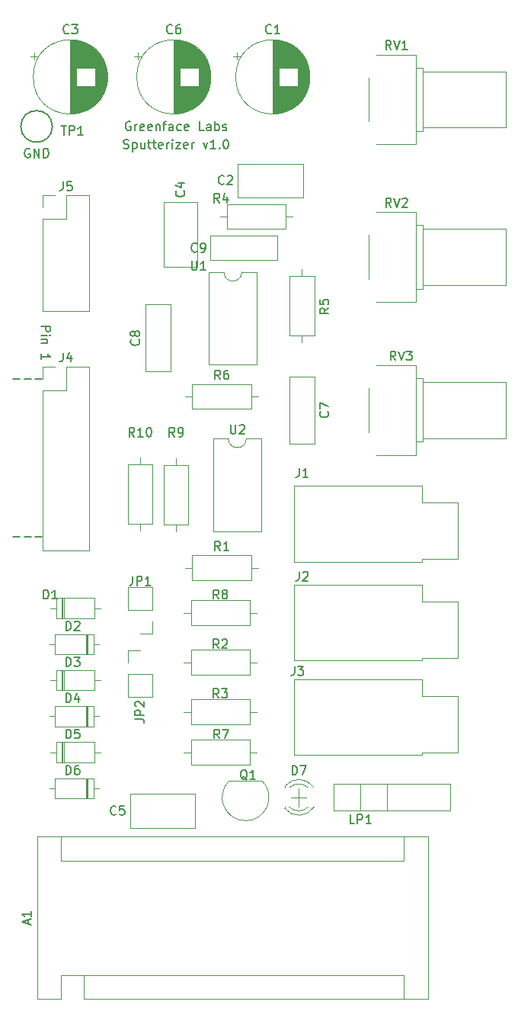
<source format=gbr>
G04 #@! TF.GenerationSoftware,KiCad,Pcbnew,(5.1.2)-1*
G04 #@! TF.CreationDate,2019-06-10T14:27:57-07:00*
G04 #@! TF.ProjectId,sputterer,73707574-7465-4726-9572-2e6b69636164,rev?*
G04 #@! TF.SameCoordinates,Original*
G04 #@! TF.FileFunction,Legend,Top*
G04 #@! TF.FilePolarity,Positive*
%FSLAX46Y46*%
G04 Gerber Fmt 4.6, Leading zero omitted, Abs format (unit mm)*
G04 Created by KiCad (PCBNEW (5.1.2)-1) date 2019-06-10 14:27:57*
%MOMM*%
%LPD*%
G04 APERTURE LIST*
%ADD10C,0.150000*%
%ADD11C,0.120000*%
G04 APERTURE END LIST*
D10*
X50738095Y-80000000D02*
X50642857Y-79952380D01*
X50500000Y-79952380D01*
X50357142Y-80000000D01*
X50261904Y-80095238D01*
X50214285Y-80190476D01*
X50166666Y-80380952D01*
X50166666Y-80523809D01*
X50214285Y-80714285D01*
X50261904Y-80809523D01*
X50357142Y-80904761D01*
X50500000Y-80952380D01*
X50595238Y-80952380D01*
X50738095Y-80904761D01*
X50785714Y-80857142D01*
X50785714Y-80523809D01*
X50595238Y-80523809D01*
X51214285Y-80952380D02*
X51214285Y-79952380D01*
X51785714Y-80952380D01*
X51785714Y-79952380D01*
X52261904Y-80952380D02*
X52261904Y-79952380D01*
X52500000Y-79952380D01*
X52642857Y-80000000D01*
X52738095Y-80095238D01*
X52785714Y-80190476D01*
X52833333Y-80380952D01*
X52833333Y-80523809D01*
X52785714Y-80714285D01*
X52738095Y-80809523D01*
X52642857Y-80904761D01*
X52500000Y-80952380D01*
X52261904Y-80952380D01*
X48880952Y-123071428D02*
X49642857Y-123071428D01*
X50119047Y-123071428D02*
X50880952Y-123071428D01*
X51357142Y-123071428D02*
X52119047Y-123071428D01*
X48880952Y-105571428D02*
X49642857Y-105571428D01*
X50119047Y-105571428D02*
X50880952Y-105571428D01*
X51357142Y-105571428D02*
X52119047Y-105571428D01*
X52047619Y-99690476D02*
X53047619Y-99690476D01*
X53047619Y-100071428D01*
X53000000Y-100166666D01*
X52952380Y-100214285D01*
X52857142Y-100261904D01*
X52714285Y-100261904D01*
X52619047Y-100214285D01*
X52571428Y-100166666D01*
X52523809Y-100071428D01*
X52523809Y-99690476D01*
X52047619Y-100690476D02*
X52714285Y-100690476D01*
X53047619Y-100690476D02*
X53000000Y-100642857D01*
X52952380Y-100690476D01*
X53000000Y-100738095D01*
X53047619Y-100690476D01*
X52952380Y-100690476D01*
X52714285Y-101166666D02*
X52047619Y-101166666D01*
X52619047Y-101166666D02*
X52666666Y-101214285D01*
X52714285Y-101309523D01*
X52714285Y-101452380D01*
X52666666Y-101547619D01*
X52571428Y-101595238D01*
X52047619Y-101595238D01*
X52047619Y-103357142D02*
X52047619Y-102785714D01*
X52047619Y-103071428D02*
X53047619Y-103071428D01*
X52904761Y-102976190D01*
X52809523Y-102880952D01*
X52761904Y-102785714D01*
X61166666Y-79904761D02*
X61309523Y-79952380D01*
X61547619Y-79952380D01*
X61642857Y-79904761D01*
X61690476Y-79857142D01*
X61738095Y-79761904D01*
X61738095Y-79666666D01*
X61690476Y-79571428D01*
X61642857Y-79523809D01*
X61547619Y-79476190D01*
X61357142Y-79428571D01*
X61261904Y-79380952D01*
X61214285Y-79333333D01*
X61166666Y-79238095D01*
X61166666Y-79142857D01*
X61214285Y-79047619D01*
X61261904Y-79000000D01*
X61357142Y-78952380D01*
X61595238Y-78952380D01*
X61738095Y-79000000D01*
X62166666Y-79285714D02*
X62166666Y-80285714D01*
X62166666Y-79333333D02*
X62261904Y-79285714D01*
X62452380Y-79285714D01*
X62547619Y-79333333D01*
X62595238Y-79380952D01*
X62642857Y-79476190D01*
X62642857Y-79761904D01*
X62595238Y-79857142D01*
X62547619Y-79904761D01*
X62452380Y-79952380D01*
X62261904Y-79952380D01*
X62166666Y-79904761D01*
X63500000Y-79285714D02*
X63500000Y-79952380D01*
X63071428Y-79285714D02*
X63071428Y-79809523D01*
X63119047Y-79904761D01*
X63214285Y-79952380D01*
X63357142Y-79952380D01*
X63452380Y-79904761D01*
X63500000Y-79857142D01*
X63833333Y-79285714D02*
X64214285Y-79285714D01*
X63976190Y-78952380D02*
X63976190Y-79809523D01*
X64023809Y-79904761D01*
X64119047Y-79952380D01*
X64214285Y-79952380D01*
X64404761Y-79285714D02*
X64785714Y-79285714D01*
X64547619Y-78952380D02*
X64547619Y-79809523D01*
X64595238Y-79904761D01*
X64690476Y-79952380D01*
X64785714Y-79952380D01*
X65500000Y-79904761D02*
X65404761Y-79952380D01*
X65214285Y-79952380D01*
X65119047Y-79904761D01*
X65071428Y-79809523D01*
X65071428Y-79428571D01*
X65119047Y-79333333D01*
X65214285Y-79285714D01*
X65404761Y-79285714D01*
X65500000Y-79333333D01*
X65547619Y-79428571D01*
X65547619Y-79523809D01*
X65071428Y-79619047D01*
X65976190Y-79952380D02*
X65976190Y-79285714D01*
X65976190Y-79476190D02*
X66023809Y-79380952D01*
X66071428Y-79333333D01*
X66166666Y-79285714D01*
X66261904Y-79285714D01*
X66595238Y-79952380D02*
X66595238Y-79285714D01*
X66595238Y-78952380D02*
X66547619Y-79000000D01*
X66595238Y-79047619D01*
X66642857Y-79000000D01*
X66595238Y-78952380D01*
X66595238Y-79047619D01*
X66976190Y-79285714D02*
X67500000Y-79285714D01*
X66976190Y-79952380D01*
X67500000Y-79952380D01*
X68261904Y-79904761D02*
X68166666Y-79952380D01*
X67976190Y-79952380D01*
X67880952Y-79904761D01*
X67833333Y-79809523D01*
X67833333Y-79428571D01*
X67880952Y-79333333D01*
X67976190Y-79285714D01*
X68166666Y-79285714D01*
X68261904Y-79333333D01*
X68309523Y-79428571D01*
X68309523Y-79523809D01*
X67833333Y-79619047D01*
X68738095Y-79952380D02*
X68738095Y-79285714D01*
X68738095Y-79476190D02*
X68785714Y-79380952D01*
X68833333Y-79333333D01*
X68928571Y-79285714D01*
X69023809Y-79285714D01*
X70023809Y-79285714D02*
X70261904Y-79952380D01*
X70500000Y-79285714D01*
X71404761Y-79952380D02*
X70833333Y-79952380D01*
X71119047Y-79952380D02*
X71119047Y-78952380D01*
X71023809Y-79095238D01*
X70928571Y-79190476D01*
X70833333Y-79238095D01*
X71833333Y-79857142D02*
X71880952Y-79904761D01*
X71833333Y-79952380D01*
X71785714Y-79904761D01*
X71833333Y-79857142D01*
X71833333Y-79952380D01*
X72500000Y-78952380D02*
X72595238Y-78952380D01*
X72690476Y-79000000D01*
X72738095Y-79047619D01*
X72785714Y-79142857D01*
X72833333Y-79333333D01*
X72833333Y-79571428D01*
X72785714Y-79761904D01*
X72738095Y-79857142D01*
X72690476Y-79904761D01*
X72595238Y-79952380D01*
X72500000Y-79952380D01*
X72404761Y-79904761D01*
X72357142Y-79857142D01*
X72309523Y-79761904D01*
X72261904Y-79571428D01*
X72261904Y-79333333D01*
X72309523Y-79142857D01*
X72357142Y-79047619D01*
X72404761Y-79000000D01*
X72500000Y-78952380D01*
X61952380Y-77000000D02*
X61857142Y-76952380D01*
X61714285Y-76952380D01*
X61571428Y-77000000D01*
X61476190Y-77095238D01*
X61428571Y-77190476D01*
X61380952Y-77380952D01*
X61380952Y-77523809D01*
X61428571Y-77714285D01*
X61476190Y-77809523D01*
X61571428Y-77904761D01*
X61714285Y-77952380D01*
X61809523Y-77952380D01*
X61952380Y-77904761D01*
X61999999Y-77857142D01*
X61999999Y-77523809D01*
X61809523Y-77523809D01*
X62428571Y-77952380D02*
X62428571Y-77285714D01*
X62428571Y-77476190D02*
X62476190Y-77380952D01*
X62523809Y-77333333D01*
X62619047Y-77285714D01*
X62714285Y-77285714D01*
X63428571Y-77904761D02*
X63333333Y-77952380D01*
X63142857Y-77952380D01*
X63047619Y-77904761D01*
X62999999Y-77809523D01*
X62999999Y-77428571D01*
X63047619Y-77333333D01*
X63142857Y-77285714D01*
X63333333Y-77285714D01*
X63428571Y-77333333D01*
X63476190Y-77428571D01*
X63476190Y-77523809D01*
X62999999Y-77619047D01*
X64285714Y-77904761D02*
X64190476Y-77952380D01*
X63999999Y-77952380D01*
X63904761Y-77904761D01*
X63857142Y-77809523D01*
X63857142Y-77428571D01*
X63904761Y-77333333D01*
X63999999Y-77285714D01*
X64190476Y-77285714D01*
X64285714Y-77333333D01*
X64333333Y-77428571D01*
X64333333Y-77523809D01*
X63857142Y-77619047D01*
X64761904Y-77285714D02*
X64761904Y-77952380D01*
X64761904Y-77380952D02*
X64809523Y-77333333D01*
X64904761Y-77285714D01*
X65047619Y-77285714D01*
X65142857Y-77333333D01*
X65190476Y-77428571D01*
X65190476Y-77952380D01*
X65523809Y-77285714D02*
X65904761Y-77285714D01*
X65666666Y-77952380D02*
X65666666Y-77095238D01*
X65714285Y-77000000D01*
X65809523Y-76952380D01*
X65904761Y-76952380D01*
X66666666Y-77952380D02*
X66666666Y-77428571D01*
X66619047Y-77333333D01*
X66523809Y-77285714D01*
X66333333Y-77285714D01*
X66238095Y-77333333D01*
X66666666Y-77904761D02*
X66571428Y-77952380D01*
X66333333Y-77952380D01*
X66238095Y-77904761D01*
X66190476Y-77809523D01*
X66190476Y-77714285D01*
X66238095Y-77619047D01*
X66333333Y-77571428D01*
X66571428Y-77571428D01*
X66666666Y-77523809D01*
X67571428Y-77904761D02*
X67476190Y-77952380D01*
X67285714Y-77952380D01*
X67190476Y-77904761D01*
X67142857Y-77857142D01*
X67095238Y-77761904D01*
X67095238Y-77476190D01*
X67142857Y-77380952D01*
X67190476Y-77333333D01*
X67285714Y-77285714D01*
X67476190Y-77285714D01*
X67571428Y-77333333D01*
X68380952Y-77904761D02*
X68285714Y-77952380D01*
X68095238Y-77952380D01*
X68000000Y-77904761D01*
X67952380Y-77809523D01*
X67952380Y-77428571D01*
X68000000Y-77333333D01*
X68095238Y-77285714D01*
X68285714Y-77285714D01*
X68380952Y-77333333D01*
X68428571Y-77428571D01*
X68428571Y-77523809D01*
X67952380Y-77619047D01*
X70095238Y-77952380D02*
X69619047Y-77952380D01*
X69619047Y-76952380D01*
X70857142Y-77952380D02*
X70857142Y-77428571D01*
X70809523Y-77333333D01*
X70714285Y-77285714D01*
X70523809Y-77285714D01*
X70428571Y-77333333D01*
X70857142Y-77904761D02*
X70761904Y-77952380D01*
X70523809Y-77952380D01*
X70428571Y-77904761D01*
X70380952Y-77809523D01*
X70380952Y-77714285D01*
X70428571Y-77619047D01*
X70523809Y-77571428D01*
X70761904Y-77571428D01*
X70857142Y-77523809D01*
X71333333Y-77952380D02*
X71333333Y-76952380D01*
X71333333Y-77333333D02*
X71428571Y-77285714D01*
X71619047Y-77285714D01*
X71714285Y-77333333D01*
X71761904Y-77380952D01*
X71809523Y-77476190D01*
X71809523Y-77761904D01*
X71761904Y-77857142D01*
X71714285Y-77904761D01*
X71619047Y-77952380D01*
X71428571Y-77952380D01*
X71333333Y-77904761D01*
X72190476Y-77904761D02*
X72285714Y-77952380D01*
X72476190Y-77952380D01*
X72571428Y-77904761D01*
X72619047Y-77809523D01*
X72619047Y-77761904D01*
X72571428Y-77666666D01*
X72476190Y-77619047D01*
X72333333Y-77619047D01*
X72238095Y-77571428D01*
X72190476Y-77476190D01*
X72190476Y-77428571D01*
X72238095Y-77333333D01*
X72333333Y-77285714D01*
X72476190Y-77285714D01*
X72571428Y-77333333D01*
D11*
X52170000Y-97990000D02*
X57370000Y-97990000D01*
X52170000Y-87770000D02*
X52170000Y-97990000D01*
X57370000Y-85170000D02*
X57370000Y-97990000D01*
X52170000Y-87770000D02*
X54770000Y-87770000D01*
X54770000Y-87770000D02*
X54770000Y-85170000D01*
X54770000Y-85170000D02*
X57370000Y-85170000D01*
X52170000Y-86500000D02*
X52170000Y-85170000D01*
X52170000Y-85170000D02*
X53500000Y-85170000D01*
X56770000Y-171730000D02*
X54230000Y-171730000D01*
X54230000Y-171730000D02*
X54230000Y-174400000D01*
X56770000Y-174400000D02*
X95000000Y-174400000D01*
X51560000Y-174400000D02*
X54230000Y-174400000D01*
X54230000Y-159030000D02*
X54230000Y-156360000D01*
X54230000Y-159030000D02*
X92330000Y-159030000D01*
X92330000Y-159030000D02*
X92330000Y-156360000D01*
X56770000Y-171730000D02*
X56770000Y-174400000D01*
X56770000Y-171730000D02*
X92330000Y-171730000D01*
X92330000Y-171730000D02*
X92330000Y-174400000D01*
X95000000Y-174400000D02*
X95000000Y-156360000D01*
X95000000Y-156360000D02*
X51560000Y-156360000D01*
X51560000Y-156360000D02*
X51560000Y-174400000D01*
X73740302Y-69285000D02*
X73740302Y-70085000D01*
X73340302Y-69685000D02*
X74140302Y-69685000D01*
X81831000Y-71467000D02*
X81831000Y-72533000D01*
X81791000Y-71232000D02*
X81791000Y-72768000D01*
X81751000Y-71052000D02*
X81751000Y-72948000D01*
X81711000Y-70902000D02*
X81711000Y-73098000D01*
X81671000Y-70771000D02*
X81671000Y-73229000D01*
X81631000Y-70654000D02*
X81631000Y-73346000D01*
X81591000Y-70547000D02*
X81591000Y-73453000D01*
X81551000Y-70448000D02*
X81551000Y-73552000D01*
X81511000Y-70355000D02*
X81511000Y-73645000D01*
X81471000Y-70269000D02*
X81471000Y-73731000D01*
X81431000Y-70187000D02*
X81431000Y-73813000D01*
X81391000Y-70110000D02*
X81391000Y-73890000D01*
X81351000Y-70036000D02*
X81351000Y-73964000D01*
X81311000Y-69966000D02*
X81311000Y-74034000D01*
X81271000Y-69898000D02*
X81271000Y-74102000D01*
X81231000Y-69834000D02*
X81231000Y-74166000D01*
X81191000Y-69772000D02*
X81191000Y-74228000D01*
X81151000Y-69713000D02*
X81151000Y-74287000D01*
X81111000Y-69655000D02*
X81111000Y-74345000D01*
X81071000Y-69600000D02*
X81071000Y-74400000D01*
X81031000Y-69546000D02*
X81031000Y-74454000D01*
X80991000Y-69495000D02*
X80991000Y-74505000D01*
X80951000Y-69444000D02*
X80951000Y-74556000D01*
X80911000Y-69396000D02*
X80911000Y-74604000D01*
X80871000Y-69349000D02*
X80871000Y-74651000D01*
X80831000Y-69303000D02*
X80831000Y-74697000D01*
X80791000Y-69259000D02*
X80791000Y-74741000D01*
X80751000Y-69216000D02*
X80751000Y-74784000D01*
X80711000Y-69174000D02*
X80711000Y-74826000D01*
X80671000Y-69133000D02*
X80671000Y-74867000D01*
X80631000Y-69093000D02*
X80631000Y-74907000D01*
X80591000Y-69055000D02*
X80591000Y-74945000D01*
X80551000Y-69017000D02*
X80551000Y-74983000D01*
X80511000Y-73040000D02*
X80511000Y-75019000D01*
X80511000Y-68981000D02*
X80511000Y-70960000D01*
X80471000Y-73040000D02*
X80471000Y-75055000D01*
X80471000Y-68945000D02*
X80471000Y-70960000D01*
X80431000Y-73040000D02*
X80431000Y-75090000D01*
X80431000Y-68910000D02*
X80431000Y-70960000D01*
X80391000Y-73040000D02*
X80391000Y-75124000D01*
X80391000Y-68876000D02*
X80391000Y-70960000D01*
X80351000Y-73040000D02*
X80351000Y-75156000D01*
X80351000Y-68844000D02*
X80351000Y-70960000D01*
X80311000Y-73040000D02*
X80311000Y-75189000D01*
X80311000Y-68811000D02*
X80311000Y-70960000D01*
X80271000Y-73040000D02*
X80271000Y-75220000D01*
X80271000Y-68780000D02*
X80271000Y-70960000D01*
X80231000Y-73040000D02*
X80231000Y-75250000D01*
X80231000Y-68750000D02*
X80231000Y-70960000D01*
X80191000Y-73040000D02*
X80191000Y-75280000D01*
X80191000Y-68720000D02*
X80191000Y-70960000D01*
X80151000Y-73040000D02*
X80151000Y-75309000D01*
X80151000Y-68691000D02*
X80151000Y-70960000D01*
X80111000Y-73040000D02*
X80111000Y-75338000D01*
X80111000Y-68662000D02*
X80111000Y-70960000D01*
X80071000Y-73040000D02*
X80071000Y-75365000D01*
X80071000Y-68635000D02*
X80071000Y-70960000D01*
X80031000Y-73040000D02*
X80031000Y-75392000D01*
X80031000Y-68608000D02*
X80031000Y-70960000D01*
X79991000Y-73040000D02*
X79991000Y-75418000D01*
X79991000Y-68582000D02*
X79991000Y-70960000D01*
X79951000Y-73040000D02*
X79951000Y-75444000D01*
X79951000Y-68556000D02*
X79951000Y-70960000D01*
X79911000Y-73040000D02*
X79911000Y-75469000D01*
X79911000Y-68531000D02*
X79911000Y-70960000D01*
X79871000Y-73040000D02*
X79871000Y-75493000D01*
X79871000Y-68507000D02*
X79871000Y-70960000D01*
X79831000Y-73040000D02*
X79831000Y-75517000D01*
X79831000Y-68483000D02*
X79831000Y-70960000D01*
X79791000Y-73040000D02*
X79791000Y-75540000D01*
X79791000Y-68460000D02*
X79791000Y-70960000D01*
X79751000Y-73040000D02*
X79751000Y-75562000D01*
X79751000Y-68438000D02*
X79751000Y-70960000D01*
X79711000Y-73040000D02*
X79711000Y-75584000D01*
X79711000Y-68416000D02*
X79711000Y-70960000D01*
X79671000Y-73040000D02*
X79671000Y-75606000D01*
X79671000Y-68394000D02*
X79671000Y-70960000D01*
X79631000Y-73040000D02*
X79631000Y-75627000D01*
X79631000Y-68373000D02*
X79631000Y-70960000D01*
X79591000Y-73040000D02*
X79591000Y-75647000D01*
X79591000Y-68353000D02*
X79591000Y-70960000D01*
X79551000Y-73040000D02*
X79551000Y-75666000D01*
X79551000Y-68334000D02*
X79551000Y-70960000D01*
X79511000Y-73040000D02*
X79511000Y-75686000D01*
X79511000Y-68314000D02*
X79511000Y-70960000D01*
X79471000Y-73040000D02*
X79471000Y-75704000D01*
X79471000Y-68296000D02*
X79471000Y-70960000D01*
X79431000Y-73040000D02*
X79431000Y-75722000D01*
X79431000Y-68278000D02*
X79431000Y-70960000D01*
X79391000Y-73040000D02*
X79391000Y-75740000D01*
X79391000Y-68260000D02*
X79391000Y-70960000D01*
X79351000Y-73040000D02*
X79351000Y-75757000D01*
X79351000Y-68243000D02*
X79351000Y-70960000D01*
X79311000Y-73040000D02*
X79311000Y-75774000D01*
X79311000Y-68226000D02*
X79311000Y-70960000D01*
X79271000Y-73040000D02*
X79271000Y-75790000D01*
X79271000Y-68210000D02*
X79271000Y-70960000D01*
X79231000Y-73040000D02*
X79231000Y-75805000D01*
X79231000Y-68195000D02*
X79231000Y-70960000D01*
X79191000Y-73040000D02*
X79191000Y-75821000D01*
X79191000Y-68179000D02*
X79191000Y-70960000D01*
X79151000Y-73040000D02*
X79151000Y-75835000D01*
X79151000Y-68165000D02*
X79151000Y-70960000D01*
X79111000Y-73040000D02*
X79111000Y-75850000D01*
X79111000Y-68150000D02*
X79111000Y-70960000D01*
X79071000Y-73040000D02*
X79071000Y-75863000D01*
X79071000Y-68137000D02*
X79071000Y-70960000D01*
X79031000Y-73040000D02*
X79031000Y-75877000D01*
X79031000Y-68123000D02*
X79031000Y-70960000D01*
X78991000Y-73040000D02*
X78991000Y-75889000D01*
X78991000Y-68111000D02*
X78991000Y-70960000D01*
X78951000Y-73040000D02*
X78951000Y-75902000D01*
X78951000Y-68098000D02*
X78951000Y-70960000D01*
X78911000Y-73040000D02*
X78911000Y-75914000D01*
X78911000Y-68086000D02*
X78911000Y-70960000D01*
X78871000Y-73040000D02*
X78871000Y-75925000D01*
X78871000Y-68075000D02*
X78871000Y-70960000D01*
X78831000Y-73040000D02*
X78831000Y-75936000D01*
X78831000Y-68064000D02*
X78831000Y-70960000D01*
X78791000Y-73040000D02*
X78791000Y-75947000D01*
X78791000Y-68053000D02*
X78791000Y-70960000D01*
X78751000Y-73040000D02*
X78751000Y-75957000D01*
X78751000Y-68043000D02*
X78751000Y-70960000D01*
X78711000Y-73040000D02*
X78711000Y-75967000D01*
X78711000Y-68033000D02*
X78711000Y-70960000D01*
X78671000Y-73040000D02*
X78671000Y-75976000D01*
X78671000Y-68024000D02*
X78671000Y-70960000D01*
X78631000Y-73040000D02*
X78631000Y-75985000D01*
X78631000Y-68015000D02*
X78631000Y-70960000D01*
X78591000Y-73040000D02*
X78591000Y-75994000D01*
X78591000Y-68006000D02*
X78591000Y-70960000D01*
X78551000Y-73040000D02*
X78551000Y-76002000D01*
X78551000Y-67998000D02*
X78551000Y-70960000D01*
X78511000Y-73040000D02*
X78511000Y-76010000D01*
X78511000Y-67990000D02*
X78511000Y-70960000D01*
X78471000Y-73040000D02*
X78471000Y-76017000D01*
X78471000Y-67983000D02*
X78471000Y-70960000D01*
X78430000Y-67976000D02*
X78430000Y-76024000D01*
X78390000Y-67970000D02*
X78390000Y-76030000D01*
X78350000Y-67963000D02*
X78350000Y-76037000D01*
X78310000Y-67958000D02*
X78310000Y-76042000D01*
X78270000Y-67952000D02*
X78270000Y-76048000D01*
X78230000Y-67948000D02*
X78230000Y-76052000D01*
X78190000Y-67943000D02*
X78190000Y-76057000D01*
X78150000Y-67939000D02*
X78150000Y-76061000D01*
X78110000Y-67935000D02*
X78110000Y-76065000D01*
X78070000Y-67932000D02*
X78070000Y-76068000D01*
X78030000Y-67929000D02*
X78030000Y-76071000D01*
X77990000Y-67926000D02*
X77990000Y-76074000D01*
X77950000Y-67924000D02*
X77950000Y-76076000D01*
X77910000Y-67923000D02*
X77910000Y-76077000D01*
X77870000Y-67921000D02*
X77870000Y-76079000D01*
X77830000Y-67920000D02*
X77830000Y-76080000D01*
X77790000Y-67920000D02*
X77790000Y-76080000D01*
X77750000Y-67920000D02*
X77750000Y-76080000D01*
X81870000Y-72000000D02*
G75*
G03X81870000Y-72000000I-4120000J0D01*
G01*
X73880000Y-81630000D02*
X81120000Y-81630000D01*
X73880000Y-85370000D02*
X81120000Y-85370000D01*
X73880000Y-81630000D02*
X73880000Y-85370000D01*
X81120000Y-81630000D02*
X81120000Y-85370000D01*
X59370000Y-72000000D02*
G75*
G03X59370000Y-72000000I-4120000J0D01*
G01*
X55250000Y-67920000D02*
X55250000Y-76080000D01*
X55290000Y-67920000D02*
X55290000Y-76080000D01*
X55330000Y-67920000D02*
X55330000Y-76080000D01*
X55370000Y-67921000D02*
X55370000Y-76079000D01*
X55410000Y-67923000D02*
X55410000Y-76077000D01*
X55450000Y-67924000D02*
X55450000Y-76076000D01*
X55490000Y-67926000D02*
X55490000Y-76074000D01*
X55530000Y-67929000D02*
X55530000Y-76071000D01*
X55570000Y-67932000D02*
X55570000Y-76068000D01*
X55610000Y-67935000D02*
X55610000Y-76065000D01*
X55650000Y-67939000D02*
X55650000Y-76061000D01*
X55690000Y-67943000D02*
X55690000Y-76057000D01*
X55730000Y-67948000D02*
X55730000Y-76052000D01*
X55770000Y-67952000D02*
X55770000Y-76048000D01*
X55810000Y-67958000D02*
X55810000Y-76042000D01*
X55850000Y-67963000D02*
X55850000Y-76037000D01*
X55890000Y-67970000D02*
X55890000Y-76030000D01*
X55930000Y-67976000D02*
X55930000Y-76024000D01*
X55971000Y-67983000D02*
X55971000Y-70960000D01*
X55971000Y-73040000D02*
X55971000Y-76017000D01*
X56011000Y-67990000D02*
X56011000Y-70960000D01*
X56011000Y-73040000D02*
X56011000Y-76010000D01*
X56051000Y-67998000D02*
X56051000Y-70960000D01*
X56051000Y-73040000D02*
X56051000Y-76002000D01*
X56091000Y-68006000D02*
X56091000Y-70960000D01*
X56091000Y-73040000D02*
X56091000Y-75994000D01*
X56131000Y-68015000D02*
X56131000Y-70960000D01*
X56131000Y-73040000D02*
X56131000Y-75985000D01*
X56171000Y-68024000D02*
X56171000Y-70960000D01*
X56171000Y-73040000D02*
X56171000Y-75976000D01*
X56211000Y-68033000D02*
X56211000Y-70960000D01*
X56211000Y-73040000D02*
X56211000Y-75967000D01*
X56251000Y-68043000D02*
X56251000Y-70960000D01*
X56251000Y-73040000D02*
X56251000Y-75957000D01*
X56291000Y-68053000D02*
X56291000Y-70960000D01*
X56291000Y-73040000D02*
X56291000Y-75947000D01*
X56331000Y-68064000D02*
X56331000Y-70960000D01*
X56331000Y-73040000D02*
X56331000Y-75936000D01*
X56371000Y-68075000D02*
X56371000Y-70960000D01*
X56371000Y-73040000D02*
X56371000Y-75925000D01*
X56411000Y-68086000D02*
X56411000Y-70960000D01*
X56411000Y-73040000D02*
X56411000Y-75914000D01*
X56451000Y-68098000D02*
X56451000Y-70960000D01*
X56451000Y-73040000D02*
X56451000Y-75902000D01*
X56491000Y-68111000D02*
X56491000Y-70960000D01*
X56491000Y-73040000D02*
X56491000Y-75889000D01*
X56531000Y-68123000D02*
X56531000Y-70960000D01*
X56531000Y-73040000D02*
X56531000Y-75877000D01*
X56571000Y-68137000D02*
X56571000Y-70960000D01*
X56571000Y-73040000D02*
X56571000Y-75863000D01*
X56611000Y-68150000D02*
X56611000Y-70960000D01*
X56611000Y-73040000D02*
X56611000Y-75850000D01*
X56651000Y-68165000D02*
X56651000Y-70960000D01*
X56651000Y-73040000D02*
X56651000Y-75835000D01*
X56691000Y-68179000D02*
X56691000Y-70960000D01*
X56691000Y-73040000D02*
X56691000Y-75821000D01*
X56731000Y-68195000D02*
X56731000Y-70960000D01*
X56731000Y-73040000D02*
X56731000Y-75805000D01*
X56771000Y-68210000D02*
X56771000Y-70960000D01*
X56771000Y-73040000D02*
X56771000Y-75790000D01*
X56811000Y-68226000D02*
X56811000Y-70960000D01*
X56811000Y-73040000D02*
X56811000Y-75774000D01*
X56851000Y-68243000D02*
X56851000Y-70960000D01*
X56851000Y-73040000D02*
X56851000Y-75757000D01*
X56891000Y-68260000D02*
X56891000Y-70960000D01*
X56891000Y-73040000D02*
X56891000Y-75740000D01*
X56931000Y-68278000D02*
X56931000Y-70960000D01*
X56931000Y-73040000D02*
X56931000Y-75722000D01*
X56971000Y-68296000D02*
X56971000Y-70960000D01*
X56971000Y-73040000D02*
X56971000Y-75704000D01*
X57011000Y-68314000D02*
X57011000Y-70960000D01*
X57011000Y-73040000D02*
X57011000Y-75686000D01*
X57051000Y-68334000D02*
X57051000Y-70960000D01*
X57051000Y-73040000D02*
X57051000Y-75666000D01*
X57091000Y-68353000D02*
X57091000Y-70960000D01*
X57091000Y-73040000D02*
X57091000Y-75647000D01*
X57131000Y-68373000D02*
X57131000Y-70960000D01*
X57131000Y-73040000D02*
X57131000Y-75627000D01*
X57171000Y-68394000D02*
X57171000Y-70960000D01*
X57171000Y-73040000D02*
X57171000Y-75606000D01*
X57211000Y-68416000D02*
X57211000Y-70960000D01*
X57211000Y-73040000D02*
X57211000Y-75584000D01*
X57251000Y-68438000D02*
X57251000Y-70960000D01*
X57251000Y-73040000D02*
X57251000Y-75562000D01*
X57291000Y-68460000D02*
X57291000Y-70960000D01*
X57291000Y-73040000D02*
X57291000Y-75540000D01*
X57331000Y-68483000D02*
X57331000Y-70960000D01*
X57331000Y-73040000D02*
X57331000Y-75517000D01*
X57371000Y-68507000D02*
X57371000Y-70960000D01*
X57371000Y-73040000D02*
X57371000Y-75493000D01*
X57411000Y-68531000D02*
X57411000Y-70960000D01*
X57411000Y-73040000D02*
X57411000Y-75469000D01*
X57451000Y-68556000D02*
X57451000Y-70960000D01*
X57451000Y-73040000D02*
X57451000Y-75444000D01*
X57491000Y-68582000D02*
X57491000Y-70960000D01*
X57491000Y-73040000D02*
X57491000Y-75418000D01*
X57531000Y-68608000D02*
X57531000Y-70960000D01*
X57531000Y-73040000D02*
X57531000Y-75392000D01*
X57571000Y-68635000D02*
X57571000Y-70960000D01*
X57571000Y-73040000D02*
X57571000Y-75365000D01*
X57611000Y-68662000D02*
X57611000Y-70960000D01*
X57611000Y-73040000D02*
X57611000Y-75338000D01*
X57651000Y-68691000D02*
X57651000Y-70960000D01*
X57651000Y-73040000D02*
X57651000Y-75309000D01*
X57691000Y-68720000D02*
X57691000Y-70960000D01*
X57691000Y-73040000D02*
X57691000Y-75280000D01*
X57731000Y-68750000D02*
X57731000Y-70960000D01*
X57731000Y-73040000D02*
X57731000Y-75250000D01*
X57771000Y-68780000D02*
X57771000Y-70960000D01*
X57771000Y-73040000D02*
X57771000Y-75220000D01*
X57811000Y-68811000D02*
X57811000Y-70960000D01*
X57811000Y-73040000D02*
X57811000Y-75189000D01*
X57851000Y-68844000D02*
X57851000Y-70960000D01*
X57851000Y-73040000D02*
X57851000Y-75156000D01*
X57891000Y-68876000D02*
X57891000Y-70960000D01*
X57891000Y-73040000D02*
X57891000Y-75124000D01*
X57931000Y-68910000D02*
X57931000Y-70960000D01*
X57931000Y-73040000D02*
X57931000Y-75090000D01*
X57971000Y-68945000D02*
X57971000Y-70960000D01*
X57971000Y-73040000D02*
X57971000Y-75055000D01*
X58011000Y-68981000D02*
X58011000Y-70960000D01*
X58011000Y-73040000D02*
X58011000Y-75019000D01*
X58051000Y-69017000D02*
X58051000Y-74983000D01*
X58091000Y-69055000D02*
X58091000Y-74945000D01*
X58131000Y-69093000D02*
X58131000Y-74907000D01*
X58171000Y-69133000D02*
X58171000Y-74867000D01*
X58211000Y-69174000D02*
X58211000Y-74826000D01*
X58251000Y-69216000D02*
X58251000Y-74784000D01*
X58291000Y-69259000D02*
X58291000Y-74741000D01*
X58331000Y-69303000D02*
X58331000Y-74697000D01*
X58371000Y-69349000D02*
X58371000Y-74651000D01*
X58411000Y-69396000D02*
X58411000Y-74604000D01*
X58451000Y-69444000D02*
X58451000Y-74556000D01*
X58491000Y-69495000D02*
X58491000Y-74505000D01*
X58531000Y-69546000D02*
X58531000Y-74454000D01*
X58571000Y-69600000D02*
X58571000Y-74400000D01*
X58611000Y-69655000D02*
X58611000Y-74345000D01*
X58651000Y-69713000D02*
X58651000Y-74287000D01*
X58691000Y-69772000D02*
X58691000Y-74228000D01*
X58731000Y-69834000D02*
X58731000Y-74166000D01*
X58771000Y-69898000D02*
X58771000Y-74102000D01*
X58811000Y-69966000D02*
X58811000Y-74034000D01*
X58851000Y-70036000D02*
X58851000Y-73964000D01*
X58891000Y-70110000D02*
X58891000Y-73890000D01*
X58931000Y-70187000D02*
X58931000Y-73813000D01*
X58971000Y-70269000D02*
X58971000Y-73731000D01*
X59011000Y-70355000D02*
X59011000Y-73645000D01*
X59051000Y-70448000D02*
X59051000Y-73552000D01*
X59091000Y-70547000D02*
X59091000Y-73453000D01*
X59131000Y-70654000D02*
X59131000Y-73346000D01*
X59171000Y-70771000D02*
X59171000Y-73229000D01*
X59211000Y-70902000D02*
X59211000Y-73098000D01*
X59251000Y-71052000D02*
X59251000Y-72948000D01*
X59291000Y-71232000D02*
X59291000Y-72768000D01*
X59331000Y-71467000D02*
X59331000Y-72533000D01*
X50840302Y-69685000D02*
X51640302Y-69685000D01*
X51240302Y-69285000D02*
X51240302Y-70085000D01*
X69370000Y-85880000D02*
X69370000Y-93120000D01*
X65630000Y-85880000D02*
X65630000Y-93120000D01*
X69370000Y-85880000D02*
X65630000Y-85880000D01*
X69370000Y-93120000D02*
X65630000Y-93120000D01*
X69120000Y-151630000D02*
X69120000Y-155370000D01*
X61880000Y-151630000D02*
X61880000Y-155370000D01*
X61880000Y-155370000D02*
X69120000Y-155370000D01*
X61880000Y-151630000D02*
X69120000Y-151630000D01*
X70870000Y-72000000D02*
G75*
G03X70870000Y-72000000I-4120000J0D01*
G01*
X66750000Y-67920000D02*
X66750000Y-76080000D01*
X66790000Y-67920000D02*
X66790000Y-76080000D01*
X66830000Y-67920000D02*
X66830000Y-76080000D01*
X66870000Y-67921000D02*
X66870000Y-76079000D01*
X66910000Y-67923000D02*
X66910000Y-76077000D01*
X66950000Y-67924000D02*
X66950000Y-76076000D01*
X66990000Y-67926000D02*
X66990000Y-76074000D01*
X67030000Y-67929000D02*
X67030000Y-76071000D01*
X67070000Y-67932000D02*
X67070000Y-76068000D01*
X67110000Y-67935000D02*
X67110000Y-76065000D01*
X67150000Y-67939000D02*
X67150000Y-76061000D01*
X67190000Y-67943000D02*
X67190000Y-76057000D01*
X67230000Y-67948000D02*
X67230000Y-76052000D01*
X67270000Y-67952000D02*
X67270000Y-76048000D01*
X67310000Y-67958000D02*
X67310000Y-76042000D01*
X67350000Y-67963000D02*
X67350000Y-76037000D01*
X67390000Y-67970000D02*
X67390000Y-76030000D01*
X67430000Y-67976000D02*
X67430000Y-76024000D01*
X67471000Y-67983000D02*
X67471000Y-70960000D01*
X67471000Y-73040000D02*
X67471000Y-76017000D01*
X67511000Y-67990000D02*
X67511000Y-70960000D01*
X67511000Y-73040000D02*
X67511000Y-76010000D01*
X67551000Y-67998000D02*
X67551000Y-70960000D01*
X67551000Y-73040000D02*
X67551000Y-76002000D01*
X67591000Y-68006000D02*
X67591000Y-70960000D01*
X67591000Y-73040000D02*
X67591000Y-75994000D01*
X67631000Y-68015000D02*
X67631000Y-70960000D01*
X67631000Y-73040000D02*
X67631000Y-75985000D01*
X67671000Y-68024000D02*
X67671000Y-70960000D01*
X67671000Y-73040000D02*
X67671000Y-75976000D01*
X67711000Y-68033000D02*
X67711000Y-70960000D01*
X67711000Y-73040000D02*
X67711000Y-75967000D01*
X67751000Y-68043000D02*
X67751000Y-70960000D01*
X67751000Y-73040000D02*
X67751000Y-75957000D01*
X67791000Y-68053000D02*
X67791000Y-70960000D01*
X67791000Y-73040000D02*
X67791000Y-75947000D01*
X67831000Y-68064000D02*
X67831000Y-70960000D01*
X67831000Y-73040000D02*
X67831000Y-75936000D01*
X67871000Y-68075000D02*
X67871000Y-70960000D01*
X67871000Y-73040000D02*
X67871000Y-75925000D01*
X67911000Y-68086000D02*
X67911000Y-70960000D01*
X67911000Y-73040000D02*
X67911000Y-75914000D01*
X67951000Y-68098000D02*
X67951000Y-70960000D01*
X67951000Y-73040000D02*
X67951000Y-75902000D01*
X67991000Y-68111000D02*
X67991000Y-70960000D01*
X67991000Y-73040000D02*
X67991000Y-75889000D01*
X68031000Y-68123000D02*
X68031000Y-70960000D01*
X68031000Y-73040000D02*
X68031000Y-75877000D01*
X68071000Y-68137000D02*
X68071000Y-70960000D01*
X68071000Y-73040000D02*
X68071000Y-75863000D01*
X68111000Y-68150000D02*
X68111000Y-70960000D01*
X68111000Y-73040000D02*
X68111000Y-75850000D01*
X68151000Y-68165000D02*
X68151000Y-70960000D01*
X68151000Y-73040000D02*
X68151000Y-75835000D01*
X68191000Y-68179000D02*
X68191000Y-70960000D01*
X68191000Y-73040000D02*
X68191000Y-75821000D01*
X68231000Y-68195000D02*
X68231000Y-70960000D01*
X68231000Y-73040000D02*
X68231000Y-75805000D01*
X68271000Y-68210000D02*
X68271000Y-70960000D01*
X68271000Y-73040000D02*
X68271000Y-75790000D01*
X68311000Y-68226000D02*
X68311000Y-70960000D01*
X68311000Y-73040000D02*
X68311000Y-75774000D01*
X68351000Y-68243000D02*
X68351000Y-70960000D01*
X68351000Y-73040000D02*
X68351000Y-75757000D01*
X68391000Y-68260000D02*
X68391000Y-70960000D01*
X68391000Y-73040000D02*
X68391000Y-75740000D01*
X68431000Y-68278000D02*
X68431000Y-70960000D01*
X68431000Y-73040000D02*
X68431000Y-75722000D01*
X68471000Y-68296000D02*
X68471000Y-70960000D01*
X68471000Y-73040000D02*
X68471000Y-75704000D01*
X68511000Y-68314000D02*
X68511000Y-70960000D01*
X68511000Y-73040000D02*
X68511000Y-75686000D01*
X68551000Y-68334000D02*
X68551000Y-70960000D01*
X68551000Y-73040000D02*
X68551000Y-75666000D01*
X68591000Y-68353000D02*
X68591000Y-70960000D01*
X68591000Y-73040000D02*
X68591000Y-75647000D01*
X68631000Y-68373000D02*
X68631000Y-70960000D01*
X68631000Y-73040000D02*
X68631000Y-75627000D01*
X68671000Y-68394000D02*
X68671000Y-70960000D01*
X68671000Y-73040000D02*
X68671000Y-75606000D01*
X68711000Y-68416000D02*
X68711000Y-70960000D01*
X68711000Y-73040000D02*
X68711000Y-75584000D01*
X68751000Y-68438000D02*
X68751000Y-70960000D01*
X68751000Y-73040000D02*
X68751000Y-75562000D01*
X68791000Y-68460000D02*
X68791000Y-70960000D01*
X68791000Y-73040000D02*
X68791000Y-75540000D01*
X68831000Y-68483000D02*
X68831000Y-70960000D01*
X68831000Y-73040000D02*
X68831000Y-75517000D01*
X68871000Y-68507000D02*
X68871000Y-70960000D01*
X68871000Y-73040000D02*
X68871000Y-75493000D01*
X68911000Y-68531000D02*
X68911000Y-70960000D01*
X68911000Y-73040000D02*
X68911000Y-75469000D01*
X68951000Y-68556000D02*
X68951000Y-70960000D01*
X68951000Y-73040000D02*
X68951000Y-75444000D01*
X68991000Y-68582000D02*
X68991000Y-70960000D01*
X68991000Y-73040000D02*
X68991000Y-75418000D01*
X69031000Y-68608000D02*
X69031000Y-70960000D01*
X69031000Y-73040000D02*
X69031000Y-75392000D01*
X69071000Y-68635000D02*
X69071000Y-70960000D01*
X69071000Y-73040000D02*
X69071000Y-75365000D01*
X69111000Y-68662000D02*
X69111000Y-70960000D01*
X69111000Y-73040000D02*
X69111000Y-75338000D01*
X69151000Y-68691000D02*
X69151000Y-70960000D01*
X69151000Y-73040000D02*
X69151000Y-75309000D01*
X69191000Y-68720000D02*
X69191000Y-70960000D01*
X69191000Y-73040000D02*
X69191000Y-75280000D01*
X69231000Y-68750000D02*
X69231000Y-70960000D01*
X69231000Y-73040000D02*
X69231000Y-75250000D01*
X69271000Y-68780000D02*
X69271000Y-70960000D01*
X69271000Y-73040000D02*
X69271000Y-75220000D01*
X69311000Y-68811000D02*
X69311000Y-70960000D01*
X69311000Y-73040000D02*
X69311000Y-75189000D01*
X69351000Y-68844000D02*
X69351000Y-70960000D01*
X69351000Y-73040000D02*
X69351000Y-75156000D01*
X69391000Y-68876000D02*
X69391000Y-70960000D01*
X69391000Y-73040000D02*
X69391000Y-75124000D01*
X69431000Y-68910000D02*
X69431000Y-70960000D01*
X69431000Y-73040000D02*
X69431000Y-75090000D01*
X69471000Y-68945000D02*
X69471000Y-70960000D01*
X69471000Y-73040000D02*
X69471000Y-75055000D01*
X69511000Y-68981000D02*
X69511000Y-70960000D01*
X69511000Y-73040000D02*
X69511000Y-75019000D01*
X69551000Y-69017000D02*
X69551000Y-74983000D01*
X69591000Y-69055000D02*
X69591000Y-74945000D01*
X69631000Y-69093000D02*
X69631000Y-74907000D01*
X69671000Y-69133000D02*
X69671000Y-74867000D01*
X69711000Y-69174000D02*
X69711000Y-74826000D01*
X69751000Y-69216000D02*
X69751000Y-74784000D01*
X69791000Y-69259000D02*
X69791000Y-74741000D01*
X69831000Y-69303000D02*
X69831000Y-74697000D01*
X69871000Y-69349000D02*
X69871000Y-74651000D01*
X69911000Y-69396000D02*
X69911000Y-74604000D01*
X69951000Y-69444000D02*
X69951000Y-74556000D01*
X69991000Y-69495000D02*
X69991000Y-74505000D01*
X70031000Y-69546000D02*
X70031000Y-74454000D01*
X70071000Y-69600000D02*
X70071000Y-74400000D01*
X70111000Y-69655000D02*
X70111000Y-74345000D01*
X70151000Y-69713000D02*
X70151000Y-74287000D01*
X70191000Y-69772000D02*
X70191000Y-74228000D01*
X70231000Y-69834000D02*
X70231000Y-74166000D01*
X70271000Y-69898000D02*
X70271000Y-74102000D01*
X70311000Y-69966000D02*
X70311000Y-74034000D01*
X70351000Y-70036000D02*
X70351000Y-73964000D01*
X70391000Y-70110000D02*
X70391000Y-73890000D01*
X70431000Y-70187000D02*
X70431000Y-73813000D01*
X70471000Y-70269000D02*
X70471000Y-73731000D01*
X70511000Y-70355000D02*
X70511000Y-73645000D01*
X70551000Y-70448000D02*
X70551000Y-73552000D01*
X70591000Y-70547000D02*
X70591000Y-73453000D01*
X70631000Y-70654000D02*
X70631000Y-73346000D01*
X70671000Y-70771000D02*
X70671000Y-73229000D01*
X70711000Y-70902000D02*
X70711000Y-73098000D01*
X70751000Y-71052000D02*
X70751000Y-72948000D01*
X70791000Y-71232000D02*
X70791000Y-72768000D01*
X70831000Y-71467000D02*
X70831000Y-72533000D01*
X62340302Y-69685000D02*
X63140302Y-69685000D01*
X62740302Y-69285000D02*
X62740302Y-70085000D01*
X82370000Y-105280000D02*
X82370000Y-112720000D01*
X79630000Y-105280000D02*
X79630000Y-112720000D01*
X82370000Y-105280000D02*
X79630000Y-105280000D01*
X82370000Y-112720000D02*
X79630000Y-112720000D01*
X63630000Y-97280000D02*
X66370000Y-97280000D01*
X63630000Y-104720000D02*
X66370000Y-104720000D01*
X66370000Y-104720000D02*
X66370000Y-97280000D01*
X63630000Y-104720000D02*
X63630000Y-97280000D01*
X70780000Y-89630000D02*
X78220000Y-89630000D01*
X70780000Y-92370000D02*
X78220000Y-92370000D01*
X70780000Y-89630000D02*
X70780000Y-92370000D01*
X78220000Y-89630000D02*
X78220000Y-92370000D01*
X54290000Y-129880000D02*
X54290000Y-132120000D01*
X54530000Y-129880000D02*
X54530000Y-132120000D01*
X54410000Y-129880000D02*
X54410000Y-132120000D01*
X58580000Y-131000000D02*
X57930000Y-131000000D01*
X53040000Y-131000000D02*
X53690000Y-131000000D01*
X57930000Y-129880000D02*
X53690000Y-129880000D01*
X57930000Y-132120000D02*
X57930000Y-129880000D01*
X53690000Y-132120000D02*
X57930000Y-132120000D01*
X53690000Y-129880000D02*
X53690000Y-132120000D01*
X57810000Y-136120000D02*
X57810000Y-133880000D01*
X57810000Y-133880000D02*
X53570000Y-133880000D01*
X53570000Y-133880000D02*
X53570000Y-136120000D01*
X53570000Y-136120000D02*
X57810000Y-136120000D01*
X58460000Y-135000000D02*
X57810000Y-135000000D01*
X52920000Y-135000000D02*
X53570000Y-135000000D01*
X57090000Y-136120000D02*
X57090000Y-133880000D01*
X56970000Y-136120000D02*
X56970000Y-133880000D01*
X57210000Y-136120000D02*
X57210000Y-133880000D01*
X53690000Y-137880000D02*
X53690000Y-140120000D01*
X53690000Y-140120000D02*
X57930000Y-140120000D01*
X57930000Y-140120000D02*
X57930000Y-137880000D01*
X57930000Y-137880000D02*
X53690000Y-137880000D01*
X53040000Y-139000000D02*
X53690000Y-139000000D01*
X58580000Y-139000000D02*
X57930000Y-139000000D01*
X54410000Y-137880000D02*
X54410000Y-140120000D01*
X54530000Y-137880000D02*
X54530000Y-140120000D01*
X54290000Y-137880000D02*
X54290000Y-140120000D01*
X57210000Y-144120000D02*
X57210000Y-141880000D01*
X56970000Y-144120000D02*
X56970000Y-141880000D01*
X57090000Y-144120000D02*
X57090000Y-141880000D01*
X52920000Y-143000000D02*
X53570000Y-143000000D01*
X58460000Y-143000000D02*
X57810000Y-143000000D01*
X53570000Y-144120000D02*
X57810000Y-144120000D01*
X53570000Y-141880000D02*
X53570000Y-144120000D01*
X57810000Y-141880000D02*
X53570000Y-141880000D01*
X57810000Y-144120000D02*
X57810000Y-141880000D01*
X54290000Y-145880000D02*
X54290000Y-148120000D01*
X54530000Y-145880000D02*
X54530000Y-148120000D01*
X54410000Y-145880000D02*
X54410000Y-148120000D01*
X58580000Y-147000000D02*
X57930000Y-147000000D01*
X53040000Y-147000000D02*
X53690000Y-147000000D01*
X57930000Y-145880000D02*
X53690000Y-145880000D01*
X57930000Y-148120000D02*
X57930000Y-145880000D01*
X53690000Y-148120000D02*
X57930000Y-148120000D01*
X53690000Y-145880000D02*
X53690000Y-148120000D01*
X57810000Y-152120000D02*
X57810000Y-149880000D01*
X57810000Y-149880000D02*
X53570000Y-149880000D01*
X53570000Y-149880000D02*
X53570000Y-152120000D01*
X53570000Y-152120000D02*
X57810000Y-152120000D01*
X58460000Y-151000000D02*
X57810000Y-151000000D01*
X52920000Y-151000000D02*
X53570000Y-151000000D01*
X57090000Y-152120000D02*
X57090000Y-149880000D01*
X56970000Y-152120000D02*
X56970000Y-149880000D01*
X57210000Y-152120000D02*
X57210000Y-149880000D01*
X82317335Y-150921392D02*
G75*
G03X79085000Y-150764484I-1672335J-1078608D01*
G01*
X82317335Y-153078608D02*
G75*
G02X79085000Y-153235516I-1672335J1078608D01*
G01*
X81686130Y-150920163D02*
G75*
G03X79604039Y-150920000I-1041130J-1079837D01*
G01*
X81686130Y-153079837D02*
G75*
G02X79604039Y-153080000I-1041130J1079837D01*
G01*
X79085000Y-150764000D02*
X79085000Y-150920000D01*
X79085000Y-153080000D02*
X79085000Y-153236000D01*
X98320000Y-119280000D02*
X98320000Y-125520000D01*
X98320000Y-125520000D02*
X94320000Y-125520000D01*
X94320000Y-125520000D02*
X94320000Y-125820000D01*
X94320000Y-125820000D02*
X80080000Y-125820000D01*
X80080000Y-125820000D02*
X80080000Y-117380000D01*
X80080000Y-117380000D02*
X94320000Y-117380000D01*
X94320000Y-117380000D02*
X94320000Y-119280000D01*
X94320000Y-119280000D02*
X98320000Y-119280000D01*
X98320000Y-130280000D02*
X98320000Y-136520000D01*
X98320000Y-136520000D02*
X94320000Y-136520000D01*
X94320000Y-136520000D02*
X94320000Y-136820000D01*
X94320000Y-136820000D02*
X80080000Y-136820000D01*
X80080000Y-136820000D02*
X80080000Y-128380000D01*
X80080000Y-128380000D02*
X94320000Y-128380000D01*
X94320000Y-128380000D02*
X94320000Y-130280000D01*
X94320000Y-130280000D02*
X98320000Y-130280000D01*
X94320000Y-140780000D02*
X98320000Y-140780000D01*
X94320000Y-138880000D02*
X94320000Y-140780000D01*
X80080000Y-138880000D02*
X94320000Y-138880000D01*
X80080000Y-147320000D02*
X80080000Y-138880000D01*
X94320000Y-147320000D02*
X80080000Y-147320000D01*
X94320000Y-147020000D02*
X94320000Y-147320000D01*
X98320000Y-147020000D02*
X94320000Y-147020000D01*
X98320000Y-140780000D02*
X98320000Y-147020000D01*
X52170000Y-124610000D02*
X57370000Y-124610000D01*
X52170000Y-106770000D02*
X52170000Y-124610000D01*
X57370000Y-104170000D02*
X57370000Y-124610000D01*
X52170000Y-106770000D02*
X54770000Y-106770000D01*
X54770000Y-106770000D02*
X54770000Y-104170000D01*
X54770000Y-104170000D02*
X57370000Y-104170000D01*
X52170000Y-105500000D02*
X52170000Y-104170000D01*
X52170000Y-104170000D02*
X53500000Y-104170000D01*
X76530000Y-150150000D02*
X72930000Y-150150000D01*
X76568478Y-150161522D02*
G75*
G02X74730000Y-154600000I-1838478J-1838478D01*
G01*
X72891522Y-150161522D02*
G75*
G03X74730000Y-154600000I1838478J-1838478D01*
G01*
X68810000Y-125130000D02*
X68810000Y-127870000D01*
X68810000Y-127870000D02*
X75350000Y-127870000D01*
X75350000Y-127870000D02*
X75350000Y-125130000D01*
X75350000Y-125130000D02*
X68810000Y-125130000D01*
X68040000Y-126500000D02*
X68810000Y-126500000D01*
X76120000Y-126500000D02*
X75350000Y-126500000D01*
X67880000Y-137000000D02*
X68650000Y-137000000D01*
X75960000Y-137000000D02*
X75190000Y-137000000D01*
X68650000Y-138370000D02*
X75190000Y-138370000D01*
X68650000Y-135630000D02*
X68650000Y-138370000D01*
X75190000Y-135630000D02*
X68650000Y-135630000D01*
X75190000Y-138370000D02*
X75190000Y-135630000D01*
X75190000Y-143870000D02*
X75190000Y-141130000D01*
X75190000Y-141130000D02*
X68650000Y-141130000D01*
X68650000Y-141130000D02*
X68650000Y-143870000D01*
X68650000Y-143870000D02*
X75190000Y-143870000D01*
X75960000Y-142500000D02*
X75190000Y-142500000D01*
X67880000Y-142500000D02*
X68650000Y-142500000D01*
X79190000Y-88870000D02*
X79190000Y-86130000D01*
X79190000Y-86130000D02*
X72650000Y-86130000D01*
X72650000Y-86130000D02*
X72650000Y-88870000D01*
X72650000Y-88870000D02*
X79190000Y-88870000D01*
X79960000Y-87500000D02*
X79190000Y-87500000D01*
X71880000Y-87500000D02*
X72650000Y-87500000D01*
X81000000Y-93380000D02*
X81000000Y-94150000D01*
X81000000Y-101460000D02*
X81000000Y-100690000D01*
X79630000Y-94150000D02*
X79630000Y-100690000D01*
X82370000Y-94150000D02*
X79630000Y-94150000D01*
X82370000Y-100690000D02*
X82370000Y-94150000D01*
X79630000Y-100690000D02*
X82370000Y-100690000D01*
X76120000Y-107500000D02*
X75350000Y-107500000D01*
X68040000Y-107500000D02*
X68810000Y-107500000D01*
X75350000Y-106130000D02*
X68810000Y-106130000D01*
X75350000Y-108870000D02*
X75350000Y-106130000D01*
X68810000Y-108870000D02*
X75350000Y-108870000D01*
X68810000Y-106130000D02*
X68810000Y-108870000D01*
X67880000Y-147000000D02*
X68650000Y-147000000D01*
X75960000Y-147000000D02*
X75190000Y-147000000D01*
X68650000Y-148370000D02*
X75190000Y-148370000D01*
X68650000Y-145630000D02*
X68650000Y-148370000D01*
X75190000Y-145630000D02*
X68650000Y-145630000D01*
X75190000Y-148370000D02*
X75190000Y-145630000D01*
X75190000Y-132870000D02*
X75190000Y-130130000D01*
X75190000Y-130130000D02*
X68650000Y-130130000D01*
X68650000Y-130130000D02*
X68650000Y-132870000D01*
X68650000Y-132870000D02*
X75190000Y-132870000D01*
X75960000Y-131500000D02*
X75190000Y-131500000D01*
X67880000Y-131500000D02*
X68650000Y-131500000D01*
X89255000Y-69530000D02*
X93620000Y-69530000D01*
X89255000Y-79470000D02*
X93620000Y-79470000D01*
X88380000Y-72056000D02*
X88380000Y-76945000D01*
X93620000Y-69530000D02*
X93620000Y-79470000D01*
X93620000Y-70980000D02*
X94420000Y-70980000D01*
X93620000Y-78020000D02*
X94420000Y-78020000D01*
X93620000Y-70980000D02*
X93620000Y-78020000D01*
X94420000Y-70980000D02*
X94420000Y-78020000D01*
X94420000Y-71380000D02*
X103620000Y-71380000D01*
X94420000Y-77620000D02*
X103620000Y-77620000D01*
X94420000Y-71380000D02*
X94420000Y-77620000D01*
X103620000Y-71380000D02*
X103620000Y-77620000D01*
X103620000Y-88880000D02*
X103620000Y-95120000D01*
X94420000Y-88880000D02*
X94420000Y-95120000D01*
X94420000Y-95120000D02*
X103620000Y-95120000D01*
X94420000Y-88880000D02*
X103620000Y-88880000D01*
X94420000Y-88480000D02*
X94420000Y-95520000D01*
X93620000Y-88480000D02*
X93620000Y-95520000D01*
X93620000Y-95520000D02*
X94420000Y-95520000D01*
X93620000Y-88480000D02*
X94420000Y-88480000D01*
X93620000Y-87030000D02*
X93620000Y-96970000D01*
X88380000Y-89556000D02*
X88380000Y-94445000D01*
X89255000Y-96970000D02*
X93620000Y-96970000D01*
X89255000Y-87030000D02*
X93620000Y-87030000D01*
X89255000Y-104030000D02*
X93620000Y-104030000D01*
X89255000Y-113970000D02*
X93620000Y-113970000D01*
X88380000Y-106556000D02*
X88380000Y-111445000D01*
X93620000Y-104030000D02*
X93620000Y-113970000D01*
X93620000Y-105480000D02*
X94420000Y-105480000D01*
X93620000Y-112520000D02*
X94420000Y-112520000D01*
X93620000Y-105480000D02*
X93620000Y-112520000D01*
X94420000Y-105480000D02*
X94420000Y-112520000D01*
X94420000Y-105880000D02*
X103620000Y-105880000D01*
X94420000Y-112120000D02*
X103620000Y-112120000D01*
X94420000Y-105880000D02*
X94420000Y-112120000D01*
X103620000Y-105880000D02*
X103620000Y-112120000D01*
X84550000Y-150535000D02*
X90450000Y-150535000D01*
X90450000Y-150535000D02*
X90450000Y-153465000D01*
X90450000Y-153465000D02*
X84550000Y-153465000D01*
X84550000Y-153465000D02*
X84550000Y-150535000D01*
X87500000Y-150535000D02*
X87500000Y-153465000D01*
X97500000Y-153500000D02*
X90500000Y-153500000D01*
X97500000Y-150500000D02*
X97500000Y-153500000D01*
X90500000Y-150500000D02*
X97500000Y-150500000D01*
X80640000Y-151000000D02*
X80640000Y-153000000D01*
X79780000Y-152000000D02*
X81500000Y-152000000D01*
X74310000Y-93670000D02*
G75*
G02X72310000Y-93670000I-1000000J0D01*
G01*
X72310000Y-93670000D02*
X70660000Y-93670000D01*
X70660000Y-93670000D02*
X70660000Y-103950000D01*
X70660000Y-103950000D02*
X75960000Y-103950000D01*
X75960000Y-103950000D02*
X75960000Y-93670000D01*
X75960000Y-93670000D02*
X74310000Y-93670000D01*
X64330000Y-128630000D02*
X61670000Y-128630000D01*
X64330000Y-131230000D02*
X64330000Y-128630000D01*
X61670000Y-131230000D02*
X61670000Y-128630000D01*
X64330000Y-131230000D02*
X61670000Y-131230000D01*
X64330000Y-132500000D02*
X64330000Y-133830000D01*
X64330000Y-133830000D02*
X63000000Y-133830000D01*
X61670000Y-135670000D02*
X63000000Y-135670000D01*
X61670000Y-137000000D02*
X61670000Y-135670000D01*
X61670000Y-138270000D02*
X64330000Y-138270000D01*
X64330000Y-138270000D02*
X64330000Y-140870000D01*
X61670000Y-138270000D02*
X61670000Y-140870000D01*
X61670000Y-140870000D02*
X64330000Y-140870000D01*
X65630000Y-121690000D02*
X68370000Y-121690000D01*
X68370000Y-121690000D02*
X68370000Y-115150000D01*
X68370000Y-115150000D02*
X65630000Y-115150000D01*
X65630000Y-115150000D02*
X65630000Y-121690000D01*
X67000000Y-122460000D02*
X67000000Y-121690000D01*
X67000000Y-114380000D02*
X67000000Y-115150000D01*
X63000000Y-122370000D02*
X63000000Y-121600000D01*
X63000000Y-114290000D02*
X63000000Y-115060000D01*
X64370000Y-121600000D02*
X64370000Y-115060000D01*
X61630000Y-121600000D02*
X64370000Y-121600000D01*
X61630000Y-115060000D02*
X61630000Y-121600000D01*
X64370000Y-115060000D02*
X61630000Y-115060000D01*
X74810000Y-112170000D02*
G75*
G02X72810000Y-112170000I-1000000J0D01*
G01*
X72810000Y-112170000D02*
X71160000Y-112170000D01*
X71160000Y-112170000D02*
X71160000Y-122450000D01*
X71160000Y-122450000D02*
X76460000Y-122450000D01*
X76460000Y-122450000D02*
X76460000Y-112170000D01*
X76460000Y-112170000D02*
X74810000Y-112170000D01*
D10*
X53250000Y-77500000D02*
G75*
G03X53250000Y-77500000I-1750000J0D01*
G01*
X54436666Y-83622380D02*
X54436666Y-84336666D01*
X54389047Y-84479523D01*
X54293809Y-84574761D01*
X54150952Y-84622380D01*
X54055714Y-84622380D01*
X55389047Y-83622380D02*
X54912857Y-83622380D01*
X54865238Y-84098571D01*
X54912857Y-84050952D01*
X55008095Y-84003333D01*
X55246190Y-84003333D01*
X55341428Y-84050952D01*
X55389047Y-84098571D01*
X55436666Y-84193809D01*
X55436666Y-84431904D01*
X55389047Y-84527142D01*
X55341428Y-84574761D01*
X55246190Y-84622380D01*
X55008095Y-84622380D01*
X54912857Y-84574761D01*
X54865238Y-84527142D01*
X50586666Y-166094285D02*
X50586666Y-165618095D01*
X50872380Y-166189523D02*
X49872380Y-165856190D01*
X50872380Y-165522857D01*
X50872380Y-164665714D02*
X50872380Y-165237142D01*
X50872380Y-164951428D02*
X49872380Y-164951428D01*
X50015238Y-165046666D01*
X50110476Y-165141904D01*
X50158095Y-165237142D01*
X77583333Y-67107142D02*
X77535714Y-67154761D01*
X77392857Y-67202380D01*
X77297619Y-67202380D01*
X77154761Y-67154761D01*
X77059523Y-67059523D01*
X77011904Y-66964285D01*
X76964285Y-66773809D01*
X76964285Y-66630952D01*
X77011904Y-66440476D01*
X77059523Y-66345238D01*
X77154761Y-66250000D01*
X77297619Y-66202380D01*
X77392857Y-66202380D01*
X77535714Y-66250000D01*
X77583333Y-66297619D01*
X78535714Y-67202380D02*
X77964285Y-67202380D01*
X78250000Y-67202380D02*
X78250000Y-66202380D01*
X78154761Y-66345238D01*
X78059523Y-66440476D01*
X77964285Y-66488095D01*
X72333333Y-83857142D02*
X72285714Y-83904761D01*
X72142857Y-83952380D01*
X72047619Y-83952380D01*
X71904761Y-83904761D01*
X71809523Y-83809523D01*
X71761904Y-83714285D01*
X71714285Y-83523809D01*
X71714285Y-83380952D01*
X71761904Y-83190476D01*
X71809523Y-83095238D01*
X71904761Y-83000000D01*
X72047619Y-82952380D01*
X72142857Y-82952380D01*
X72285714Y-83000000D01*
X72333333Y-83047619D01*
X72714285Y-83047619D02*
X72761904Y-83000000D01*
X72857142Y-82952380D01*
X73095238Y-82952380D01*
X73190476Y-83000000D01*
X73238095Y-83047619D01*
X73285714Y-83142857D01*
X73285714Y-83238095D01*
X73238095Y-83380952D01*
X72666666Y-83952380D01*
X73285714Y-83952380D01*
X55083333Y-67107142D02*
X55035714Y-67154761D01*
X54892857Y-67202380D01*
X54797619Y-67202380D01*
X54654761Y-67154761D01*
X54559523Y-67059523D01*
X54511904Y-66964285D01*
X54464285Y-66773809D01*
X54464285Y-66630952D01*
X54511904Y-66440476D01*
X54559523Y-66345238D01*
X54654761Y-66250000D01*
X54797619Y-66202380D01*
X54892857Y-66202380D01*
X55035714Y-66250000D01*
X55083333Y-66297619D01*
X55416666Y-66202380D02*
X56035714Y-66202380D01*
X55702380Y-66583333D01*
X55845238Y-66583333D01*
X55940476Y-66630952D01*
X55988095Y-66678571D01*
X56035714Y-66773809D01*
X56035714Y-67011904D01*
X55988095Y-67107142D01*
X55940476Y-67154761D01*
X55845238Y-67202380D01*
X55559523Y-67202380D01*
X55464285Y-67154761D01*
X55416666Y-67107142D01*
X67857142Y-84666666D02*
X67904761Y-84714285D01*
X67952380Y-84857142D01*
X67952380Y-84952380D01*
X67904761Y-85095238D01*
X67809523Y-85190476D01*
X67714285Y-85238095D01*
X67523809Y-85285714D01*
X67380952Y-85285714D01*
X67190476Y-85238095D01*
X67095238Y-85190476D01*
X67000000Y-85095238D01*
X66952380Y-84952380D01*
X66952380Y-84857142D01*
X67000000Y-84714285D01*
X67047619Y-84666666D01*
X67285714Y-83809523D02*
X67952380Y-83809523D01*
X66904761Y-84047619D02*
X67619047Y-84285714D01*
X67619047Y-83666666D01*
X60333333Y-153857142D02*
X60285714Y-153904761D01*
X60142857Y-153952380D01*
X60047619Y-153952380D01*
X59904761Y-153904761D01*
X59809523Y-153809523D01*
X59761904Y-153714285D01*
X59714285Y-153523809D01*
X59714285Y-153380952D01*
X59761904Y-153190476D01*
X59809523Y-153095238D01*
X59904761Y-153000000D01*
X60047619Y-152952380D01*
X60142857Y-152952380D01*
X60285714Y-153000000D01*
X60333333Y-153047619D01*
X61238095Y-152952380D02*
X60761904Y-152952380D01*
X60714285Y-153428571D01*
X60761904Y-153380952D01*
X60857142Y-153333333D01*
X61095238Y-153333333D01*
X61190476Y-153380952D01*
X61238095Y-153428571D01*
X61285714Y-153523809D01*
X61285714Y-153761904D01*
X61238095Y-153857142D01*
X61190476Y-153904761D01*
X61095238Y-153952380D01*
X60857142Y-153952380D01*
X60761904Y-153904761D01*
X60714285Y-153857142D01*
X66583333Y-67107142D02*
X66535714Y-67154761D01*
X66392857Y-67202380D01*
X66297619Y-67202380D01*
X66154761Y-67154761D01*
X66059523Y-67059523D01*
X66011904Y-66964285D01*
X65964285Y-66773809D01*
X65964285Y-66630952D01*
X66011904Y-66440476D01*
X66059523Y-66345238D01*
X66154761Y-66250000D01*
X66297619Y-66202380D01*
X66392857Y-66202380D01*
X66535714Y-66250000D01*
X66583333Y-66297619D01*
X67440476Y-66202380D02*
X67250000Y-66202380D01*
X67154761Y-66250000D01*
X67107142Y-66297619D01*
X67011904Y-66440476D01*
X66964285Y-66630952D01*
X66964285Y-67011904D01*
X67011904Y-67107142D01*
X67059523Y-67154761D01*
X67154761Y-67202380D01*
X67345238Y-67202380D01*
X67440476Y-67154761D01*
X67488095Y-67107142D01*
X67535714Y-67011904D01*
X67535714Y-66773809D01*
X67488095Y-66678571D01*
X67440476Y-66630952D01*
X67345238Y-66583333D01*
X67154761Y-66583333D01*
X67059523Y-66630952D01*
X67011904Y-66678571D01*
X66964285Y-66773809D01*
X83857142Y-109166666D02*
X83904761Y-109214285D01*
X83952380Y-109357142D01*
X83952380Y-109452380D01*
X83904761Y-109595238D01*
X83809523Y-109690476D01*
X83714285Y-109738095D01*
X83523809Y-109785714D01*
X83380952Y-109785714D01*
X83190476Y-109738095D01*
X83095238Y-109690476D01*
X83000000Y-109595238D01*
X82952380Y-109452380D01*
X82952380Y-109357142D01*
X83000000Y-109214285D01*
X83047619Y-109166666D01*
X82952380Y-108833333D02*
X82952380Y-108166666D01*
X83952380Y-108595238D01*
X62857142Y-101166666D02*
X62904761Y-101214285D01*
X62952380Y-101357142D01*
X62952380Y-101452380D01*
X62904761Y-101595238D01*
X62809523Y-101690476D01*
X62714285Y-101738095D01*
X62523809Y-101785714D01*
X62380952Y-101785714D01*
X62190476Y-101738095D01*
X62095238Y-101690476D01*
X62000000Y-101595238D01*
X61952380Y-101452380D01*
X61952380Y-101357142D01*
X62000000Y-101214285D01*
X62047619Y-101166666D01*
X62380952Y-100595238D02*
X62333333Y-100690476D01*
X62285714Y-100738095D01*
X62190476Y-100785714D01*
X62142857Y-100785714D01*
X62047619Y-100738095D01*
X62000000Y-100690476D01*
X61952380Y-100595238D01*
X61952380Y-100404761D01*
X62000000Y-100309523D01*
X62047619Y-100261904D01*
X62142857Y-100214285D01*
X62190476Y-100214285D01*
X62285714Y-100261904D01*
X62333333Y-100309523D01*
X62380952Y-100404761D01*
X62380952Y-100595238D01*
X62428571Y-100690476D01*
X62476190Y-100738095D01*
X62571428Y-100785714D01*
X62761904Y-100785714D01*
X62857142Y-100738095D01*
X62904761Y-100690476D01*
X62952380Y-100595238D01*
X62952380Y-100404761D01*
X62904761Y-100309523D01*
X62857142Y-100261904D01*
X62761904Y-100214285D01*
X62571428Y-100214285D01*
X62476190Y-100261904D01*
X62428571Y-100309523D01*
X62380952Y-100404761D01*
X69333333Y-91357142D02*
X69285714Y-91404761D01*
X69142857Y-91452380D01*
X69047619Y-91452380D01*
X68904761Y-91404761D01*
X68809523Y-91309523D01*
X68761904Y-91214285D01*
X68714285Y-91023809D01*
X68714285Y-90880952D01*
X68761904Y-90690476D01*
X68809523Y-90595238D01*
X68904761Y-90500000D01*
X69047619Y-90452380D01*
X69142857Y-90452380D01*
X69285714Y-90500000D01*
X69333333Y-90547619D01*
X69809523Y-91452380D02*
X70000000Y-91452380D01*
X70095238Y-91404761D01*
X70142857Y-91357142D01*
X70238095Y-91214285D01*
X70285714Y-91023809D01*
X70285714Y-90642857D01*
X70238095Y-90547619D01*
X70190476Y-90500000D01*
X70095238Y-90452380D01*
X69904761Y-90452380D01*
X69809523Y-90500000D01*
X69761904Y-90547619D01*
X69714285Y-90642857D01*
X69714285Y-90880952D01*
X69761904Y-90976190D01*
X69809523Y-91023809D01*
X69904761Y-91071428D01*
X70095238Y-91071428D01*
X70190476Y-91023809D01*
X70238095Y-90976190D01*
X70285714Y-90880952D01*
X52261904Y-129952380D02*
X52261904Y-128952380D01*
X52500000Y-128952380D01*
X52642857Y-129000000D01*
X52738095Y-129095238D01*
X52785714Y-129190476D01*
X52833333Y-129380952D01*
X52833333Y-129523809D01*
X52785714Y-129714285D01*
X52738095Y-129809523D01*
X52642857Y-129904761D01*
X52500000Y-129952380D01*
X52261904Y-129952380D01*
X53785714Y-129952380D02*
X53214285Y-129952380D01*
X53500000Y-129952380D02*
X53500000Y-128952380D01*
X53404761Y-129095238D01*
X53309523Y-129190476D01*
X53214285Y-129238095D01*
X54761904Y-133452380D02*
X54761904Y-132452380D01*
X55000000Y-132452380D01*
X55142857Y-132500000D01*
X55238095Y-132595238D01*
X55285714Y-132690476D01*
X55333333Y-132880952D01*
X55333333Y-133023809D01*
X55285714Y-133214285D01*
X55238095Y-133309523D01*
X55142857Y-133404761D01*
X55000000Y-133452380D01*
X54761904Y-133452380D01*
X55714285Y-132547619D02*
X55761904Y-132500000D01*
X55857142Y-132452380D01*
X56095238Y-132452380D01*
X56190476Y-132500000D01*
X56238095Y-132547619D01*
X56285714Y-132642857D01*
X56285714Y-132738095D01*
X56238095Y-132880952D01*
X55666666Y-133452380D01*
X56285714Y-133452380D01*
X54761904Y-137452380D02*
X54761904Y-136452380D01*
X55000000Y-136452380D01*
X55142857Y-136500000D01*
X55238095Y-136595238D01*
X55285714Y-136690476D01*
X55333333Y-136880952D01*
X55333333Y-137023809D01*
X55285714Y-137214285D01*
X55238095Y-137309523D01*
X55142857Y-137404761D01*
X55000000Y-137452380D01*
X54761904Y-137452380D01*
X55666666Y-136452380D02*
X56285714Y-136452380D01*
X55952380Y-136833333D01*
X56095238Y-136833333D01*
X56190476Y-136880952D01*
X56238095Y-136928571D01*
X56285714Y-137023809D01*
X56285714Y-137261904D01*
X56238095Y-137357142D01*
X56190476Y-137404761D01*
X56095238Y-137452380D01*
X55809523Y-137452380D01*
X55714285Y-137404761D01*
X55666666Y-137357142D01*
X54761904Y-141452380D02*
X54761904Y-140452380D01*
X55000000Y-140452380D01*
X55142857Y-140500000D01*
X55238095Y-140595238D01*
X55285714Y-140690476D01*
X55333333Y-140880952D01*
X55333333Y-141023809D01*
X55285714Y-141214285D01*
X55238095Y-141309523D01*
X55142857Y-141404761D01*
X55000000Y-141452380D01*
X54761904Y-141452380D01*
X56190476Y-140785714D02*
X56190476Y-141452380D01*
X55952380Y-140404761D02*
X55714285Y-141119047D01*
X56333333Y-141119047D01*
X54761904Y-145452380D02*
X54761904Y-144452380D01*
X55000000Y-144452380D01*
X55142857Y-144500000D01*
X55238095Y-144595238D01*
X55285714Y-144690476D01*
X55333333Y-144880952D01*
X55333333Y-145023809D01*
X55285714Y-145214285D01*
X55238095Y-145309523D01*
X55142857Y-145404761D01*
X55000000Y-145452380D01*
X54761904Y-145452380D01*
X56238095Y-144452380D02*
X55761904Y-144452380D01*
X55714285Y-144928571D01*
X55761904Y-144880952D01*
X55857142Y-144833333D01*
X56095238Y-144833333D01*
X56190476Y-144880952D01*
X56238095Y-144928571D01*
X56285714Y-145023809D01*
X56285714Y-145261904D01*
X56238095Y-145357142D01*
X56190476Y-145404761D01*
X56095238Y-145452380D01*
X55857142Y-145452380D01*
X55761904Y-145404761D01*
X55714285Y-145357142D01*
X54761904Y-149452380D02*
X54761904Y-148452380D01*
X55000000Y-148452380D01*
X55142857Y-148500000D01*
X55238095Y-148595238D01*
X55285714Y-148690476D01*
X55333333Y-148880952D01*
X55333333Y-149023809D01*
X55285714Y-149214285D01*
X55238095Y-149309523D01*
X55142857Y-149404761D01*
X55000000Y-149452380D01*
X54761904Y-149452380D01*
X56190476Y-148452380D02*
X56000000Y-148452380D01*
X55904761Y-148500000D01*
X55857142Y-148547619D01*
X55761904Y-148690476D01*
X55714285Y-148880952D01*
X55714285Y-149261904D01*
X55761904Y-149357142D01*
X55809523Y-149404761D01*
X55904761Y-149452380D01*
X56095238Y-149452380D01*
X56190476Y-149404761D01*
X56238095Y-149357142D01*
X56285714Y-149261904D01*
X56285714Y-149023809D01*
X56238095Y-148928571D01*
X56190476Y-148880952D01*
X56095238Y-148833333D01*
X55904761Y-148833333D01*
X55809523Y-148880952D01*
X55761904Y-148928571D01*
X55714285Y-149023809D01*
X79906904Y-149492380D02*
X79906904Y-148492380D01*
X80145000Y-148492380D01*
X80287857Y-148540000D01*
X80383095Y-148635238D01*
X80430714Y-148730476D01*
X80478333Y-148920952D01*
X80478333Y-149063809D01*
X80430714Y-149254285D01*
X80383095Y-149349523D01*
X80287857Y-149444761D01*
X80145000Y-149492380D01*
X79906904Y-149492380D01*
X80811666Y-148492380D02*
X81478333Y-148492380D01*
X81049761Y-149492380D01*
X80666666Y-115452380D02*
X80666666Y-116166666D01*
X80619047Y-116309523D01*
X80523809Y-116404761D01*
X80380952Y-116452380D01*
X80285714Y-116452380D01*
X81666666Y-116452380D02*
X81095238Y-116452380D01*
X81380952Y-116452380D02*
X81380952Y-115452380D01*
X81285714Y-115595238D01*
X81190476Y-115690476D01*
X81095238Y-115738095D01*
X80666666Y-126952380D02*
X80666666Y-127666666D01*
X80619047Y-127809523D01*
X80523809Y-127904761D01*
X80380952Y-127952380D01*
X80285714Y-127952380D01*
X81095238Y-127047619D02*
X81142857Y-127000000D01*
X81238095Y-126952380D01*
X81476190Y-126952380D01*
X81571428Y-127000000D01*
X81619047Y-127047619D01*
X81666666Y-127142857D01*
X81666666Y-127238095D01*
X81619047Y-127380952D01*
X81047619Y-127952380D01*
X81666666Y-127952380D01*
X80166666Y-137452380D02*
X80166666Y-138166666D01*
X80119047Y-138309523D01*
X80023809Y-138404761D01*
X79880952Y-138452380D01*
X79785714Y-138452380D01*
X80547619Y-137452380D02*
X81166666Y-137452380D01*
X80833333Y-137833333D01*
X80976190Y-137833333D01*
X81071428Y-137880952D01*
X81119047Y-137928571D01*
X81166666Y-138023809D01*
X81166666Y-138261904D01*
X81119047Y-138357142D01*
X81071428Y-138404761D01*
X80976190Y-138452380D01*
X80690476Y-138452380D01*
X80595238Y-138404761D01*
X80547619Y-138357142D01*
X54436666Y-102622380D02*
X54436666Y-103336666D01*
X54389047Y-103479523D01*
X54293809Y-103574761D01*
X54150952Y-103622380D01*
X54055714Y-103622380D01*
X55341428Y-102955714D02*
X55341428Y-103622380D01*
X55103333Y-102574761D02*
X54865238Y-103289047D01*
X55484285Y-103289047D01*
X74904761Y-150047619D02*
X74809523Y-150000000D01*
X74714285Y-149904761D01*
X74571428Y-149761904D01*
X74476190Y-149714285D01*
X74380952Y-149714285D01*
X74428571Y-149952380D02*
X74333333Y-149904761D01*
X74238095Y-149809523D01*
X74190476Y-149619047D01*
X74190476Y-149285714D01*
X74238095Y-149095238D01*
X74333333Y-149000000D01*
X74428571Y-148952380D01*
X74619047Y-148952380D01*
X74714285Y-149000000D01*
X74809523Y-149095238D01*
X74857142Y-149285714D01*
X74857142Y-149619047D01*
X74809523Y-149809523D01*
X74714285Y-149904761D01*
X74619047Y-149952380D01*
X74428571Y-149952380D01*
X75809523Y-149952380D02*
X75238095Y-149952380D01*
X75523809Y-149952380D02*
X75523809Y-148952380D01*
X75428571Y-149095238D01*
X75333333Y-149190476D01*
X75238095Y-149238095D01*
X71913333Y-124582380D02*
X71580000Y-124106190D01*
X71341904Y-124582380D02*
X71341904Y-123582380D01*
X71722857Y-123582380D01*
X71818095Y-123630000D01*
X71865714Y-123677619D01*
X71913333Y-123772857D01*
X71913333Y-123915714D01*
X71865714Y-124010952D01*
X71818095Y-124058571D01*
X71722857Y-124106190D01*
X71341904Y-124106190D01*
X72865714Y-124582380D02*
X72294285Y-124582380D01*
X72580000Y-124582380D02*
X72580000Y-123582380D01*
X72484761Y-123725238D01*
X72389523Y-123820476D01*
X72294285Y-123868095D01*
X71753333Y-135452380D02*
X71420000Y-134976190D01*
X71181904Y-135452380D02*
X71181904Y-134452380D01*
X71562857Y-134452380D01*
X71658095Y-134500000D01*
X71705714Y-134547619D01*
X71753333Y-134642857D01*
X71753333Y-134785714D01*
X71705714Y-134880952D01*
X71658095Y-134928571D01*
X71562857Y-134976190D01*
X71181904Y-134976190D01*
X72134285Y-134547619D02*
X72181904Y-134500000D01*
X72277142Y-134452380D01*
X72515238Y-134452380D01*
X72610476Y-134500000D01*
X72658095Y-134547619D01*
X72705714Y-134642857D01*
X72705714Y-134738095D01*
X72658095Y-134880952D01*
X72086666Y-135452380D01*
X72705714Y-135452380D01*
X71753333Y-140952380D02*
X71420000Y-140476190D01*
X71181904Y-140952380D02*
X71181904Y-139952380D01*
X71562857Y-139952380D01*
X71658095Y-140000000D01*
X71705714Y-140047619D01*
X71753333Y-140142857D01*
X71753333Y-140285714D01*
X71705714Y-140380952D01*
X71658095Y-140428571D01*
X71562857Y-140476190D01*
X71181904Y-140476190D01*
X72086666Y-139952380D02*
X72705714Y-139952380D01*
X72372380Y-140333333D01*
X72515238Y-140333333D01*
X72610476Y-140380952D01*
X72658095Y-140428571D01*
X72705714Y-140523809D01*
X72705714Y-140761904D01*
X72658095Y-140857142D01*
X72610476Y-140904761D01*
X72515238Y-140952380D01*
X72229523Y-140952380D01*
X72134285Y-140904761D01*
X72086666Y-140857142D01*
X71833333Y-85952380D02*
X71500000Y-85476190D01*
X71261904Y-85952380D02*
X71261904Y-84952380D01*
X71642857Y-84952380D01*
X71738095Y-85000000D01*
X71785714Y-85047619D01*
X71833333Y-85142857D01*
X71833333Y-85285714D01*
X71785714Y-85380952D01*
X71738095Y-85428571D01*
X71642857Y-85476190D01*
X71261904Y-85476190D01*
X72690476Y-85285714D02*
X72690476Y-85952380D01*
X72452380Y-84904761D02*
X72214285Y-85619047D01*
X72833333Y-85619047D01*
X83952380Y-97666666D02*
X83476190Y-98000000D01*
X83952380Y-98238095D02*
X82952380Y-98238095D01*
X82952380Y-97857142D01*
X83000000Y-97761904D01*
X83047619Y-97714285D01*
X83142857Y-97666666D01*
X83285714Y-97666666D01*
X83380952Y-97714285D01*
X83428571Y-97761904D01*
X83476190Y-97857142D01*
X83476190Y-98238095D01*
X82952380Y-96761904D02*
X82952380Y-97238095D01*
X83428571Y-97285714D01*
X83380952Y-97238095D01*
X83333333Y-97142857D01*
X83333333Y-96904761D01*
X83380952Y-96809523D01*
X83428571Y-96761904D01*
X83523809Y-96714285D01*
X83761904Y-96714285D01*
X83857142Y-96761904D01*
X83904761Y-96809523D01*
X83952380Y-96904761D01*
X83952380Y-97142857D01*
X83904761Y-97238095D01*
X83857142Y-97285714D01*
X71913333Y-105582380D02*
X71580000Y-105106190D01*
X71341904Y-105582380D02*
X71341904Y-104582380D01*
X71722857Y-104582380D01*
X71818095Y-104630000D01*
X71865714Y-104677619D01*
X71913333Y-104772857D01*
X71913333Y-104915714D01*
X71865714Y-105010952D01*
X71818095Y-105058571D01*
X71722857Y-105106190D01*
X71341904Y-105106190D01*
X72770476Y-104582380D02*
X72580000Y-104582380D01*
X72484761Y-104630000D01*
X72437142Y-104677619D01*
X72341904Y-104820476D01*
X72294285Y-105010952D01*
X72294285Y-105391904D01*
X72341904Y-105487142D01*
X72389523Y-105534761D01*
X72484761Y-105582380D01*
X72675238Y-105582380D01*
X72770476Y-105534761D01*
X72818095Y-105487142D01*
X72865714Y-105391904D01*
X72865714Y-105153809D01*
X72818095Y-105058571D01*
X72770476Y-105010952D01*
X72675238Y-104963333D01*
X72484761Y-104963333D01*
X72389523Y-105010952D01*
X72341904Y-105058571D01*
X72294285Y-105153809D01*
X71833333Y-145452380D02*
X71500000Y-144976190D01*
X71261904Y-145452380D02*
X71261904Y-144452380D01*
X71642857Y-144452380D01*
X71738095Y-144500000D01*
X71785714Y-144547619D01*
X71833333Y-144642857D01*
X71833333Y-144785714D01*
X71785714Y-144880952D01*
X71738095Y-144928571D01*
X71642857Y-144976190D01*
X71261904Y-144976190D01*
X72166666Y-144452380D02*
X72833333Y-144452380D01*
X72404761Y-145452380D01*
X71753333Y-129952380D02*
X71420000Y-129476190D01*
X71181904Y-129952380D02*
X71181904Y-128952380D01*
X71562857Y-128952380D01*
X71658095Y-129000000D01*
X71705714Y-129047619D01*
X71753333Y-129142857D01*
X71753333Y-129285714D01*
X71705714Y-129380952D01*
X71658095Y-129428571D01*
X71562857Y-129476190D01*
X71181904Y-129476190D01*
X72324761Y-129380952D02*
X72229523Y-129333333D01*
X72181904Y-129285714D01*
X72134285Y-129190476D01*
X72134285Y-129142857D01*
X72181904Y-129047619D01*
X72229523Y-129000000D01*
X72324761Y-128952380D01*
X72515238Y-128952380D01*
X72610476Y-129000000D01*
X72658095Y-129047619D01*
X72705714Y-129142857D01*
X72705714Y-129190476D01*
X72658095Y-129285714D01*
X72610476Y-129333333D01*
X72515238Y-129380952D01*
X72324761Y-129380952D01*
X72229523Y-129428571D01*
X72181904Y-129476190D01*
X72134285Y-129571428D01*
X72134285Y-129761904D01*
X72181904Y-129857142D01*
X72229523Y-129904761D01*
X72324761Y-129952380D01*
X72515238Y-129952380D01*
X72610476Y-129904761D01*
X72658095Y-129857142D01*
X72705714Y-129761904D01*
X72705714Y-129571428D01*
X72658095Y-129476190D01*
X72610476Y-129428571D01*
X72515238Y-129380952D01*
X90904761Y-68952380D02*
X90571428Y-68476190D01*
X90333333Y-68952380D02*
X90333333Y-67952380D01*
X90714285Y-67952380D01*
X90809523Y-68000000D01*
X90857142Y-68047619D01*
X90904761Y-68142857D01*
X90904761Y-68285714D01*
X90857142Y-68380952D01*
X90809523Y-68428571D01*
X90714285Y-68476190D01*
X90333333Y-68476190D01*
X91190476Y-67952380D02*
X91523809Y-68952380D01*
X91857142Y-67952380D01*
X92714285Y-68952380D02*
X92142857Y-68952380D01*
X92428571Y-68952380D02*
X92428571Y-67952380D01*
X92333333Y-68095238D01*
X92238095Y-68190476D01*
X92142857Y-68238095D01*
X90904761Y-86452380D02*
X90571428Y-85976190D01*
X90333333Y-86452380D02*
X90333333Y-85452380D01*
X90714285Y-85452380D01*
X90809523Y-85500000D01*
X90857142Y-85547619D01*
X90904761Y-85642857D01*
X90904761Y-85785714D01*
X90857142Y-85880952D01*
X90809523Y-85928571D01*
X90714285Y-85976190D01*
X90333333Y-85976190D01*
X91190476Y-85452380D02*
X91523809Y-86452380D01*
X91857142Y-85452380D01*
X92142857Y-85547619D02*
X92190476Y-85500000D01*
X92285714Y-85452380D01*
X92523809Y-85452380D01*
X92619047Y-85500000D01*
X92666666Y-85547619D01*
X92714285Y-85642857D01*
X92714285Y-85738095D01*
X92666666Y-85880952D01*
X92095238Y-86452380D01*
X92714285Y-86452380D01*
X91404761Y-103452380D02*
X91071428Y-102976190D01*
X90833333Y-103452380D02*
X90833333Y-102452380D01*
X91214285Y-102452380D01*
X91309523Y-102500000D01*
X91357142Y-102547619D01*
X91404761Y-102642857D01*
X91404761Y-102785714D01*
X91357142Y-102880952D01*
X91309523Y-102928571D01*
X91214285Y-102976190D01*
X90833333Y-102976190D01*
X91690476Y-102452380D02*
X92023809Y-103452380D01*
X92357142Y-102452380D01*
X92595238Y-102452380D02*
X93214285Y-102452380D01*
X92880952Y-102833333D01*
X93023809Y-102833333D01*
X93119047Y-102880952D01*
X93166666Y-102928571D01*
X93214285Y-103023809D01*
X93214285Y-103261904D01*
X93166666Y-103357142D01*
X93119047Y-103404761D01*
X93023809Y-103452380D01*
X92738095Y-103452380D01*
X92642857Y-103404761D01*
X92595238Y-103357142D01*
X86833333Y-154917380D02*
X86357142Y-154917380D01*
X86357142Y-153917380D01*
X87166666Y-154917380D02*
X87166666Y-153917380D01*
X87547619Y-153917380D01*
X87642857Y-153965000D01*
X87690476Y-154012619D01*
X87738095Y-154107857D01*
X87738095Y-154250714D01*
X87690476Y-154345952D01*
X87642857Y-154393571D01*
X87547619Y-154441190D01*
X87166666Y-154441190D01*
X88690476Y-154917380D02*
X88119047Y-154917380D01*
X88404761Y-154917380D02*
X88404761Y-153917380D01*
X88309523Y-154060238D01*
X88214285Y-154155476D01*
X88119047Y-154203095D01*
X68738095Y-92452380D02*
X68738095Y-93261904D01*
X68785714Y-93357142D01*
X68833333Y-93404761D01*
X68928571Y-93452380D01*
X69119047Y-93452380D01*
X69214285Y-93404761D01*
X69261904Y-93357142D01*
X69309523Y-93261904D01*
X69309523Y-92452380D01*
X70309523Y-93452380D02*
X69738095Y-93452380D01*
X70023809Y-93452380D02*
X70023809Y-92452380D01*
X69928571Y-92595238D01*
X69833333Y-92690476D01*
X69738095Y-92738095D01*
X62166666Y-127452380D02*
X62166666Y-128166666D01*
X62119047Y-128309523D01*
X62023809Y-128404761D01*
X61880952Y-128452380D01*
X61785714Y-128452380D01*
X62642857Y-128452380D02*
X62642857Y-127452380D01*
X63023809Y-127452380D01*
X63119047Y-127500000D01*
X63166666Y-127547619D01*
X63214285Y-127642857D01*
X63214285Y-127785714D01*
X63166666Y-127880952D01*
X63119047Y-127928571D01*
X63023809Y-127976190D01*
X62642857Y-127976190D01*
X64166666Y-128452380D02*
X63595238Y-128452380D01*
X63880952Y-128452380D02*
X63880952Y-127452380D01*
X63785714Y-127595238D01*
X63690476Y-127690476D01*
X63595238Y-127738095D01*
X62452380Y-143333333D02*
X63166666Y-143333333D01*
X63309523Y-143380952D01*
X63404761Y-143476190D01*
X63452380Y-143619047D01*
X63452380Y-143714285D01*
X63452380Y-142857142D02*
X62452380Y-142857142D01*
X62452380Y-142476190D01*
X62500000Y-142380952D01*
X62547619Y-142333333D01*
X62642857Y-142285714D01*
X62785714Y-142285714D01*
X62880952Y-142333333D01*
X62928571Y-142380952D01*
X62976190Y-142476190D01*
X62976190Y-142857142D01*
X62547619Y-141904761D02*
X62500000Y-141857142D01*
X62452380Y-141761904D01*
X62452380Y-141523809D01*
X62500000Y-141428571D01*
X62547619Y-141380952D01*
X62642857Y-141333333D01*
X62738095Y-141333333D01*
X62880952Y-141380952D01*
X63452380Y-141952380D01*
X63452380Y-141333333D01*
X66833333Y-111952380D02*
X66500000Y-111476190D01*
X66261904Y-111952380D02*
X66261904Y-110952380D01*
X66642857Y-110952380D01*
X66738095Y-111000000D01*
X66785714Y-111047619D01*
X66833333Y-111142857D01*
X66833333Y-111285714D01*
X66785714Y-111380952D01*
X66738095Y-111428571D01*
X66642857Y-111476190D01*
X66261904Y-111476190D01*
X67309523Y-111952380D02*
X67500000Y-111952380D01*
X67595238Y-111904761D01*
X67642857Y-111857142D01*
X67738095Y-111714285D01*
X67785714Y-111523809D01*
X67785714Y-111142857D01*
X67738095Y-111047619D01*
X67690476Y-111000000D01*
X67595238Y-110952380D01*
X67404761Y-110952380D01*
X67309523Y-111000000D01*
X67261904Y-111047619D01*
X67214285Y-111142857D01*
X67214285Y-111380952D01*
X67261904Y-111476190D01*
X67309523Y-111523809D01*
X67404761Y-111571428D01*
X67595238Y-111571428D01*
X67690476Y-111523809D01*
X67738095Y-111476190D01*
X67785714Y-111380952D01*
X62357142Y-111952380D02*
X62023809Y-111476190D01*
X61785714Y-111952380D02*
X61785714Y-110952380D01*
X62166666Y-110952380D01*
X62261904Y-111000000D01*
X62309523Y-111047619D01*
X62357142Y-111142857D01*
X62357142Y-111285714D01*
X62309523Y-111380952D01*
X62261904Y-111428571D01*
X62166666Y-111476190D01*
X61785714Y-111476190D01*
X63309523Y-111952380D02*
X62738095Y-111952380D01*
X63023809Y-111952380D02*
X63023809Y-110952380D01*
X62928571Y-111095238D01*
X62833333Y-111190476D01*
X62738095Y-111238095D01*
X63928571Y-110952380D02*
X64023809Y-110952380D01*
X64119047Y-111000000D01*
X64166666Y-111047619D01*
X64214285Y-111142857D01*
X64261904Y-111333333D01*
X64261904Y-111571428D01*
X64214285Y-111761904D01*
X64166666Y-111857142D01*
X64119047Y-111904761D01*
X64023809Y-111952380D01*
X63928571Y-111952380D01*
X63833333Y-111904761D01*
X63785714Y-111857142D01*
X63738095Y-111761904D01*
X63690476Y-111571428D01*
X63690476Y-111333333D01*
X63738095Y-111142857D01*
X63785714Y-111047619D01*
X63833333Y-111000000D01*
X63928571Y-110952380D01*
X73048095Y-110622380D02*
X73048095Y-111431904D01*
X73095714Y-111527142D01*
X73143333Y-111574761D01*
X73238571Y-111622380D01*
X73429047Y-111622380D01*
X73524285Y-111574761D01*
X73571904Y-111527142D01*
X73619523Y-111431904D01*
X73619523Y-110622380D01*
X74048095Y-110717619D02*
X74095714Y-110670000D01*
X74190952Y-110622380D01*
X74429047Y-110622380D01*
X74524285Y-110670000D01*
X74571904Y-110717619D01*
X74619523Y-110812857D01*
X74619523Y-110908095D01*
X74571904Y-111050952D01*
X74000476Y-111622380D01*
X74619523Y-111622380D01*
X54238095Y-77452380D02*
X54809523Y-77452380D01*
X54523809Y-78452380D02*
X54523809Y-77452380D01*
X55142857Y-78452380D02*
X55142857Y-77452380D01*
X55523809Y-77452380D01*
X55619047Y-77500000D01*
X55666666Y-77547619D01*
X55714285Y-77642857D01*
X55714285Y-77785714D01*
X55666666Y-77880952D01*
X55619047Y-77928571D01*
X55523809Y-77976190D01*
X55142857Y-77976190D01*
X56666666Y-78452380D02*
X56095238Y-78452380D01*
X56380952Y-78452380D02*
X56380952Y-77452380D01*
X56285714Y-77595238D01*
X56190476Y-77690476D01*
X56095238Y-77738095D01*
M02*

</source>
